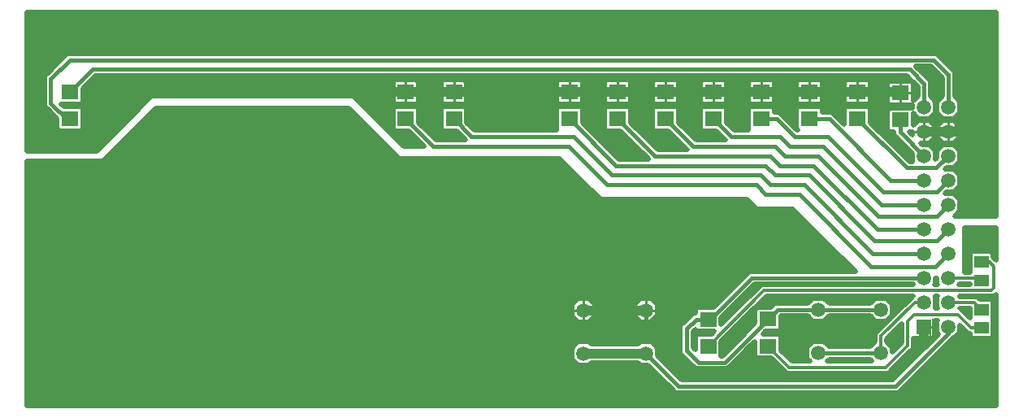
<source format=gtl>
%FSLAX42Y42*%
%MOMM*%
G71*
G01*
G75*
G04 Layer_Physical_Order=1*
%ADD10C,0.50*%
%ADD11R,1.50X1.30*%
%ADD12R,1.80X1.60*%
%ADD13C,1.50*%
%ADD14R,1.50X1.50*%
%ADD15C,0.40*%
%ADD16C,0.30*%
%ADD17C,1.00*%
%ADD18C,0.25*%
%ADD19R,0.63X1.86*%
%ADD20R,0.25X0.36*%
D10*
X7325Y-3765D02*
G03*
X7371Y-3746I0J65D01*
G01*
X50Y-4100D02*
X100Y-4150D01*
X50Y-4050D02*
X150Y-4150D01*
X50Y-4000D02*
X200Y-4150D01*
X50Y-3950D02*
X250Y-4150D01*
X50Y-3900D02*
X300Y-4150D01*
X50Y-3850D02*
X350Y-4150D01*
X50Y-3800D02*
X400Y-4150D01*
X50Y-3750D02*
X450Y-4150D01*
X50Y-3700D02*
X500Y-4150D01*
X50Y-3650D02*
X550Y-4150D01*
X50Y-3600D02*
X600Y-4150D01*
X50Y-3550D02*
X650Y-4150D01*
X50Y-3500D02*
X700Y-4150D01*
X50Y-3450D02*
X750Y-4150D01*
X50Y-3400D02*
X800Y-4150D01*
X50Y-3350D02*
X850Y-4150D01*
X50Y-3300D02*
X900Y-4150D01*
X50Y-3250D02*
X950Y-4150D01*
X50Y-3200D02*
X1000Y-4150D01*
X50Y-3150D02*
X1050Y-4150D01*
X50Y-3100D02*
X1100Y-4150D01*
X50Y-3050D02*
X1150Y-4150D01*
X50Y-3000D02*
X1200Y-4150D01*
X50Y-2950D02*
X1250Y-4150D01*
X50Y-2900D02*
X1300Y-4150D01*
X50Y-2850D02*
X1350Y-4150D01*
X50Y-2800D02*
X1400Y-4150D01*
X50Y-2750D02*
X1450Y-4150D01*
X50Y-2700D02*
X1500Y-4150D01*
X50Y-2650D02*
X1550Y-4150D01*
X50Y-2600D02*
X1600Y-4150D01*
X50Y-2550D02*
X1650Y-4150D01*
X50Y-2500D02*
X1700Y-4150D01*
X50Y-2450D02*
X1750Y-4150D01*
X50Y-2400D02*
X1800Y-4150D01*
X50Y-2350D02*
X1850Y-4150D01*
X50Y-2300D02*
X1900Y-4150D01*
X50Y-2250D02*
X1950Y-4150D01*
X50Y-2200D02*
X2000Y-4150D01*
X50Y-2150D02*
X2050Y-4150D01*
X50Y-2100D02*
X2100Y-4150D01*
X50Y-2050D02*
X2150Y-4150D01*
X50Y-2000D02*
X2200Y-4150D01*
X50Y-1950D02*
X2250Y-4150D01*
X50Y-1900D02*
X2300Y-4150D01*
X50Y-1850D02*
X2350Y-4150D01*
X50Y-1800D02*
X2400Y-4150D01*
X50Y-1750D02*
X2450Y-4150D01*
X50Y-1700D02*
X2500Y-4150D01*
X50D02*
Y-1600D01*
Y-1650D02*
X2550Y-4150D01*
X50Y-1600D02*
X2600Y-4150D01*
X100Y-1600D02*
X2650Y-4150D01*
X150Y-1600D02*
X2700Y-4150D01*
X200Y-1600D02*
X2750Y-4150D01*
X250Y-1600D02*
X2800Y-4150D01*
X300Y-1600D02*
X2850Y-4150D01*
X350Y-1600D02*
X2900Y-4150D01*
X400Y-1600D02*
X2950Y-4150D01*
X450Y-1600D02*
X3000Y-4150D01*
X500Y-1600D02*
X3050Y-4150D01*
X550Y-1600D02*
X3100Y-4150D01*
X600Y-1600D02*
X3150Y-4150D01*
X650Y-1600D02*
X3200Y-4150D01*
X700Y-1600D02*
X3250Y-4150D01*
X750Y-1600D02*
X3300Y-4150D01*
X800Y-1600D02*
X3350Y-4150D01*
X850Y-1600D02*
X3400Y-4150D01*
X875Y-1575D02*
X3450Y-4150D01*
X1390D02*
X3965Y-1575D01*
X1440Y-4150D02*
X4015Y-1575D01*
X1490Y-4150D02*
X4065Y-1575D01*
X1540Y-4150D02*
X4115Y-1575D01*
X1590Y-4150D02*
X4165Y-1575D01*
X1640Y-4150D02*
X4215Y-1575D01*
X1690Y-4150D02*
X4265Y-1575D01*
X1740Y-4150D02*
X4315Y-1575D01*
X1790Y-4150D02*
X4365Y-1575D01*
X1840Y-4150D02*
X4415Y-1575D01*
X1890Y-4150D02*
X4465Y-1575D01*
X1940Y-4150D02*
X4515Y-1575D01*
X1990Y-4150D02*
X4565Y-1575D01*
X340Y-4150D02*
X3420Y-1070D01*
X390Y-4150D02*
X3445Y-1095D01*
X440Y-4150D02*
X3470Y-1120D01*
X490Y-4150D02*
X3495Y-1145D01*
X900Y-1550D02*
X3500Y-4150D01*
X90D02*
X3190Y-1050D01*
X140Y-4150D02*
X3240Y-1050D01*
X190Y-4150D02*
X3290Y-1050D01*
X240Y-4150D02*
X3340Y-1050D01*
X290Y-4150D02*
X3390Y-1050D01*
X790Y-4150D02*
X3645Y-1295D01*
X840Y-4150D02*
X3670Y-1320D01*
X890Y-4150D02*
X3695Y-1345D01*
X925Y-1525D02*
X3550Y-4150D01*
X940D02*
X3720Y-1370D01*
X540Y-4150D02*
X3520Y-1170D01*
X590Y-4150D02*
X3545Y-1195D01*
X640Y-4150D02*
X3570Y-1220D01*
X690Y-4150D02*
X3595Y-1245D01*
X740Y-4150D02*
X3620Y-1270D01*
X50Y-3940D02*
X2940Y-1050D01*
X50Y-3890D02*
X2890Y-1050D01*
X950Y-1500D02*
X3600Y-4150D01*
X975Y-1475D02*
X3650Y-4150D01*
X1000Y-1450D02*
X3700Y-4150D01*
X50Y-4040D02*
X3040Y-1050D01*
X50Y-3990D02*
X2990Y-1050D01*
X50Y-4140D02*
X3140Y-1050D01*
X50Y-4090D02*
X3090Y-1050D01*
X50Y-4140D02*
X3140Y-1050D01*
X1025Y-1425D02*
X3750Y-4150D01*
X1040D02*
X3770Y-1420D01*
X1050Y-1400D02*
X3800Y-4150D01*
X1090D02*
X3795Y-1445D01*
X1140Y-4150D02*
X3820Y-1470D01*
X990Y-4150D02*
X3745Y-1395D01*
X1075Y-1375D02*
X3850Y-4150D01*
X1100Y-1350D02*
X3900Y-4150D01*
X1125Y-1325D02*
X3950Y-4150D01*
X1150Y-1300D02*
X4000Y-4150D01*
X1175Y-1275D02*
X4050Y-4150D01*
X1190D02*
X3845Y-1495D01*
X1200Y-1250D02*
X4100Y-4150D01*
X1240D02*
X3870Y-1520D01*
X1290Y-4150D02*
X3895Y-1545D01*
X1340Y-4150D02*
X3920Y-1570D01*
X1225Y-1225D02*
X4150Y-4150D01*
X1250Y-1200D02*
X4200Y-4150D01*
X1275Y-1175D02*
X4250Y-4150D01*
X1300Y-1150D02*
X4300Y-4150D01*
X1325Y-1125D02*
X4350Y-4150D01*
X1350Y-1100D02*
X4400Y-4150D01*
X1375Y-1075D02*
X4450Y-4150D01*
X1400Y-1050D02*
X4500Y-4150D01*
X1450Y-1050D02*
X4550Y-4150D01*
X1500Y-1050D02*
X4600Y-4150D01*
X1550Y-1050D02*
X4650Y-4150D01*
X1600Y-1050D02*
X4700Y-4150D01*
X1650Y-1050D02*
X4750Y-4150D01*
X1700Y-1050D02*
X4800Y-4150D01*
X1750Y-1050D02*
X4850Y-4150D01*
X1800Y-1050D02*
X4900Y-4150D01*
X2040D02*
X4615Y-1575D01*
X2090Y-4150D02*
X4665Y-1575D01*
X2140Y-4150D02*
X4715Y-1575D01*
X2190Y-4150D02*
X4765Y-1575D01*
X2240Y-4150D02*
X4815Y-1575D01*
X1850Y-1050D02*
X4950Y-4150D01*
X1900Y-1050D02*
X5000Y-4150D01*
X2290D02*
X4865Y-1575D01*
X2340Y-4150D02*
X4915Y-1575D01*
X2390Y-4150D02*
X4965Y-1575D01*
X2440Y-4150D02*
X5015Y-1575D01*
X2490Y-4150D02*
X5065Y-1575D01*
X2540Y-4150D02*
X5115Y-1575D01*
X2590Y-4150D02*
X5165Y-1575D01*
X2640Y-4150D02*
X5215Y-1575D01*
X1950Y-1050D02*
X5050Y-4150D01*
X2000Y-1050D02*
X5100Y-4150D01*
X2050Y-1050D02*
X5150Y-4150D01*
X2100Y-1050D02*
X5200Y-4150D01*
X2150Y-1050D02*
X5250Y-4150D01*
X2690D02*
X5265Y-1575D01*
X5340Y-4150D02*
X5777Y-3713D01*
X5390Y-4150D02*
X5813Y-3727D01*
X5440Y-4150D02*
X5863Y-3727D01*
X5490Y-4150D02*
X5938Y-3702D01*
X5540Y-4150D02*
X5988Y-3702D01*
X5590Y-4150D02*
X6038Y-3702D01*
X5640Y-4150D02*
X6088Y-3702D01*
X5690Y-4150D02*
X6138Y-3702D01*
X5740Y-4150D02*
X6188Y-3702D01*
X5790Y-4150D02*
X6238Y-3702D01*
X50Y-4150D02*
X10150D01*
X5827Y-3727D02*
X6250Y-4150D01*
X5877Y-3727D02*
X6300Y-4150D01*
X5918Y-3718D02*
X6350Y-4150D01*
X5990D02*
X6427Y-3713D01*
X5840Y-4150D02*
X6288Y-3702D01*
X5890Y-4150D02*
X6338Y-3702D01*
X5940Y-4150D02*
X6388Y-3702D01*
X5952D02*
X6400Y-4150D01*
X6002Y-3702D02*
X6450Y-4150D01*
X6140D02*
X6543Y-3747D01*
X6190Y-4150D02*
X6568Y-3772D01*
X6240Y-4150D02*
X6593Y-3797D01*
X6290Y-4150D02*
X6618Y-3822D01*
X6340Y-4150D02*
X6643Y-3847D01*
X6040Y-4150D02*
X6463Y-3727D01*
X6052Y-3702D02*
X6500Y-4150D01*
X6090D02*
X6513Y-3727D01*
X6102Y-3702D02*
X6550Y-4150D01*
X6152Y-3702D02*
X6600Y-4150D01*
X6590D02*
X6768Y-3972D01*
X6640Y-4150D02*
X6793Y-3997D01*
X6690Y-4150D02*
X6825Y-4015D01*
X6778Y-3983D02*
X6811Y-4015D01*
X6740Y-4150D02*
X6875Y-4015D01*
X6390Y-4150D02*
X6668Y-3872D01*
X6440Y-4150D02*
X6693Y-3897D01*
X6477Y-3727D02*
X6900Y-4150D01*
X6490D02*
X6718Y-3922D01*
X6540Y-4150D02*
X6743Y-3947D01*
X6522Y-3727D02*
X6778Y-3983D01*
X6790Y-4150D02*
X6925Y-4015D01*
X6815D02*
X6950Y-4150D01*
X6840D02*
X6975Y-4015D01*
X6865D02*
X7000Y-4150D01*
X6890D02*
X7025Y-4015D01*
X6915D02*
X7050Y-4150D01*
X6940D02*
X7075Y-4015D01*
X6965D02*
X7100Y-4150D01*
X6990D02*
X7125Y-4015D01*
X7015D02*
X7150Y-4150D01*
X7040D02*
X7175Y-4015D01*
X7065D02*
X7200Y-4150D01*
X7090D02*
X7225Y-4015D01*
X7115D02*
X7250Y-4150D01*
X7140D02*
X7275Y-4015D01*
X7165D02*
X7300Y-4150D01*
X7190D02*
X7325Y-4015D01*
X7215D02*
X7350Y-4150D01*
X7240D02*
X7375Y-4015D01*
X7265D02*
X7400Y-4150D01*
X7290D02*
X7425Y-4015D01*
X6778Y-3983D02*
X6811Y-4015D01*
X6876D01*
X6811D02*
X6876D01*
X6905Y-3885D02*
X7025Y-3765D01*
X6955Y-3885D02*
X7075Y-3765D01*
X7005Y-3885D02*
X7125Y-3765D01*
X7055Y-3885D02*
X7175Y-3765D01*
X7065D02*
X7185Y-3885D01*
X7105D02*
X7225Y-3765D01*
X7115D02*
X7235Y-3885D01*
X7315Y-4015D02*
X7450Y-4150D01*
X7340D02*
X7475Y-4015D01*
X7365D02*
X7500Y-4150D01*
X7390D02*
X7525Y-4015D01*
X7415D02*
X7550Y-4150D01*
X7440D02*
X7575Y-4015D01*
X6876D02*
X9071D01*
X6876Y-3885D02*
X9071D01*
X7465Y-4015D02*
X7600Y-4150D01*
X7490D02*
X7625Y-4015D01*
X7515D02*
X7650Y-4150D01*
X2740D02*
X5315Y-1575D01*
X2790Y-4150D02*
X5365Y-1575D01*
X2840Y-4150D02*
X5415Y-1575D01*
X2890Y-4150D02*
X5465Y-1575D01*
X2940Y-4150D02*
X5515Y-1575D01*
X2200Y-1050D02*
X5300Y-4150D01*
X2250Y-1050D02*
X5350Y-4150D01*
X2300Y-1050D02*
X5400Y-4150D01*
X2350Y-1050D02*
X5450Y-4150D01*
X2400Y-1050D02*
X5500Y-4150D01*
X2450Y-1050D02*
X5550Y-4150D01*
X2500Y-1050D02*
X5600Y-4150D01*
X2550Y-1050D02*
X5650Y-4150D01*
X2600Y-1050D02*
X5700Y-4150D01*
X2650Y-1050D02*
X5750Y-4150D01*
X2700Y-1050D02*
X5800Y-4150D01*
X2750Y-1050D02*
X5850Y-4150D01*
X2800Y-1050D02*
X5900Y-4150D01*
X2850Y-1050D02*
X5950Y-4150D01*
X2900Y-1050D02*
X6000Y-4150D01*
X3240D02*
X5707Y-1683D01*
X3290Y-4150D02*
X5732Y-1708D01*
X3340Y-4150D02*
X5757Y-1732D01*
X3390Y-4150D02*
X5782Y-1757D01*
X3440Y-4150D02*
X5807Y-1782D01*
X2990Y-4150D02*
X5565Y-1575D01*
X3040Y-4150D02*
X5607Y-1582D01*
X3090Y-4150D02*
X5632Y-1608D01*
X3140Y-4150D02*
X5657Y-1633D01*
X3190Y-4150D02*
X5682Y-1658D01*
X3590Y-4150D02*
X5882Y-1857D01*
X3640Y-4150D02*
X5907Y-1882D01*
X3690Y-4150D02*
X5932Y-1907D01*
X3740Y-4150D02*
X5957Y-1932D01*
X3790Y-4150D02*
X5982Y-1957D01*
X2950Y-1050D02*
X6050Y-4150D01*
X3000Y-1050D02*
X6100Y-4150D01*
X3050Y-1050D02*
X6150Y-4150D01*
X3100Y-1050D02*
X6200Y-4150D01*
X3490D02*
X5832Y-1807D01*
X3540Y-4150D02*
X5857Y-1832D01*
X3890Y-4150D02*
X6040Y-2000D01*
X4690Y-4150D02*
X5730Y-3110D01*
X4740Y-4150D02*
X5730Y-3160D01*
X4790Y-4150D02*
X5730Y-3210D01*
X4840Y-4150D02*
X5752Y-3238D01*
X3840Y-4150D02*
X6007Y-1982D01*
X3940Y-4150D02*
X6090Y-2000D01*
X3990Y-4150D02*
X6140Y-2000D01*
X4040Y-4150D02*
X6190Y-2000D01*
X4090Y-4150D02*
X6240Y-2000D01*
X4140Y-4150D02*
X6290Y-2000D01*
X4190Y-4150D02*
X6340Y-2000D01*
X4240Y-4150D02*
X6390Y-2000D01*
X4290Y-4150D02*
X6440Y-2000D01*
X4340Y-4150D02*
X6490Y-2000D01*
X4390Y-4150D02*
X6540Y-2000D01*
X4440Y-4150D02*
X6590Y-2000D01*
X4490Y-4150D02*
X6640Y-2000D01*
X4540Y-4150D02*
X6690Y-2000D01*
X4590Y-4150D02*
X6740Y-2000D01*
X4640Y-4150D02*
X6790Y-2000D01*
X5240Y-4150D02*
X5730Y-3660D01*
X5290Y-4150D02*
X5752Y-3688D01*
X6202Y-3702D02*
X6650Y-4150D01*
X6252Y-3702D02*
X6700Y-4150D01*
X6302Y-3702D02*
X6750Y-4150D01*
X4890D02*
X5777Y-3263D01*
X4940Y-4150D02*
X5813Y-3277D01*
X4990Y-4150D02*
X5863Y-3277D01*
X5140Y-4150D02*
X5730Y-3560D01*
X5190Y-4150D02*
X5730Y-3610D01*
X6352Y-3702D02*
X6800Y-4150D01*
X6402Y-3702D02*
X6850Y-4150D01*
X6620Y-3629D02*
X6876Y-3885D01*
X6620Y-3620D02*
X6885Y-3885D01*
X6620Y-3570D02*
X6935Y-3885D01*
X5040Y-4150D02*
X7190Y-2000D01*
X4675Y-1575D02*
X6985Y-3885D01*
X4725Y-1575D02*
X7035Y-3885D01*
X5090Y-4150D02*
X7240Y-2000D01*
X6477Y-3277D02*
X7085Y-3885D01*
X6527Y-3277D02*
X7135Y-3885D01*
X5730Y-3667D02*
X5790Y-3727D01*
X5730Y-3667D02*
Y-3547D01*
X5790Y-3727D02*
X5910D01*
X5730Y-3547D02*
X5790Y-3487D01*
X5910Y-3727D02*
X5935Y-3702D01*
X5827Y-3277D02*
X6062Y-3512D01*
X5877Y-3277D02*
X6112Y-3512D01*
X5910Y-3487D02*
X5935Y-3512D01*
X5918Y-3268D02*
X6162Y-3512D01*
X5943Y-3243D02*
X6212Y-3512D01*
X5935Y-3702D02*
X6415D01*
X5935Y-3512D02*
X6415D01*
X5968Y-3218D02*
X6262Y-3512D01*
X6128D02*
X6402Y-3238D01*
X6178Y-3512D02*
X6427Y-3263D01*
X5970Y-3170D02*
X6312Y-3512D01*
X5970Y-3120D02*
X6362Y-3512D01*
X5978D02*
X6380Y-3110D01*
X6028Y-3512D02*
X6380Y-3160D01*
X6078Y-3512D02*
X6380Y-3210D01*
X5730Y-3217D02*
X5790Y-3277D01*
Y-3487D02*
X5910D01*
X5790Y-3277D02*
X5910D01*
X5730Y-3217D02*
Y-3097D01*
X5790Y-3037D01*
X5910D01*
Y-3277D02*
X5970Y-3217D01*
Y-3097D01*
X6228Y-3512D02*
X6463Y-3277D01*
X6380Y-3217D02*
X6440Y-3277D01*
X6278Y-3512D02*
X6513Y-3277D01*
X5803Y-3037D02*
X6840Y-2000D01*
X5853Y-3037D02*
X6890Y-2000D01*
X5903Y-3037D02*
X6940Y-2000D01*
X6380Y-3217D02*
Y-3097D01*
X5910Y-3037D02*
X5970Y-3097D01*
X6380D02*
X6440Y-3037D01*
X6415Y-3702D02*
X6440Y-3727D01*
X6522D01*
X6715Y-3725D02*
X6860Y-3580D01*
X6620Y-3629D02*
Y-3547D01*
X6860Y-3608D02*
Y-3542D01*
X6620Y-3620D02*
X6860Y-3380D01*
X6560Y-3487D02*
X6620Y-3547D01*
X6690Y-3700D02*
X6860Y-3530D01*
X6665Y-3675D02*
X6860Y-3480D01*
X6640Y-3650D02*
X6860Y-3430D01*
X6765Y-3775D02*
X6896Y-3644D01*
X6740Y-3750D02*
X6871Y-3619D01*
X6840Y-3850D02*
X6971Y-3719D01*
X6790Y-3800D02*
X6921Y-3669D01*
X6815Y-3825D02*
X6946Y-3694D01*
X6620Y-3570D02*
X6860Y-3330D01*
X6568Y-3268D02*
X6860Y-3560D01*
Y-3608D02*
X6893Y-3640D01*
X6860Y-3608D02*
Y-3542D01*
Y-3608D02*
X6893Y-3640D01*
X6415Y-3512D02*
X6440Y-3487D01*
X6560D01*
X6440Y-3277D02*
X6560D01*
X6620Y-3217D01*
X6440Y-3037D02*
X6560D01*
X6620Y-3217D02*
Y-3097D01*
X6860Y-3542D02*
Y-3383D01*
Y-3317D01*
Y-3383D02*
Y-3317D01*
X6893Y-3285D01*
X6860Y-3317D02*
X6893Y-3285D01*
X6593Y-3243D02*
X6860Y-3510D01*
X6560Y-3037D02*
X6620Y-3097D01*
X6618Y-3218D02*
X6860Y-3460D01*
X6620Y-3170D02*
X6860Y-3410D01*
X6620Y-3120D02*
X6860Y-3360D01*
X6893Y-3285D02*
X6959Y-3219D01*
X50Y-2690D02*
X1690Y-1050D01*
X50Y-2640D02*
X1640Y-1050D01*
X50Y-2840D02*
X1840Y-1050D01*
X50Y-2740D02*
X1740Y-1050D01*
X50Y-2790D02*
X1790Y-1050D01*
X50Y-2940D02*
X1940Y-1050D01*
X50Y-2890D02*
X1890Y-1050D01*
X50Y-3090D02*
X2090Y-1050D01*
X50Y-2990D02*
X1990Y-1050D01*
X50Y-3040D02*
X2040Y-1050D01*
X50Y-3190D02*
X2190Y-1050D01*
X50Y-3140D02*
X2140Y-1050D01*
X50Y-3340D02*
X2340Y-1050D01*
X50Y-3240D02*
X2240Y-1050D01*
X50Y-3290D02*
X2290Y-1050D01*
X50Y-3440D02*
X2440Y-1050D01*
X50Y-3390D02*
X2390Y-1050D01*
X50Y-3590D02*
X2590Y-1050D01*
X50Y-3490D02*
X2490Y-1050D01*
X50Y-3540D02*
X2540Y-1050D01*
X50Y-1690D02*
X140Y-1600D01*
X50Y-1640D02*
X90Y-1600D01*
X50Y-1840D02*
X290Y-1600D01*
X50Y-1740D02*
X190Y-1600D01*
X50Y-1790D02*
X240Y-1600D01*
X50Y-1940D02*
X390Y-1600D01*
X50Y-1890D02*
X340Y-1600D01*
X50Y-2090D02*
X540Y-1600D01*
X50Y-1990D02*
X440Y-1600D01*
X50Y-2040D02*
X490Y-1600D01*
X50Y-2190D02*
X640Y-1600D01*
X50Y-2140D02*
X590Y-1600D01*
X50Y-2340D02*
X790Y-1600D01*
X50Y-2240D02*
X690Y-1600D01*
X50Y-2290D02*
X740Y-1600D01*
X50Y-2440D02*
X1440Y-1050D01*
X50Y-2390D02*
X840Y-1600D01*
X50D02*
X850D01*
X50Y-2590D02*
X1590Y-1050D01*
X50Y-2490D02*
X1490Y-1050D01*
X50Y-2540D02*
X1540Y-1050D01*
X50Y-3690D02*
X2690Y-1050D01*
X50Y-3640D02*
X2640Y-1050D01*
X50Y-3840D02*
X2840Y-1050D01*
X50Y-3740D02*
X2740Y-1050D01*
X50Y-3790D02*
X2790Y-1050D01*
X3150D02*
X5730Y-3630D01*
X3200Y-1050D02*
X5730Y-3580D01*
X3250Y-1050D02*
X5738Y-3538D01*
X3300Y-1050D02*
X5763Y-3513D01*
X3350Y-1050D02*
X5788Y-3488D01*
X4025Y-1575D02*
X5962Y-3512D01*
X3975Y-1575D02*
X5887Y-3487D01*
X4075Y-1575D02*
X6012Y-3512D01*
X4475Y-1575D02*
X6412Y-3512D01*
X4525Y-1575D02*
X6438Y-3488D01*
X3400Y-1050D02*
X5837Y-3487D01*
X4575Y-1575D02*
X6487Y-3487D01*
X4625Y-1575D02*
X6537Y-3487D01*
X5125Y-1575D02*
X6864Y-3314D01*
X5175Y-1575D02*
X6889Y-3289D01*
X5225Y-1575D02*
X6914Y-3264D01*
X4125Y-1575D02*
X5730Y-3180D01*
X3925Y-1575D02*
X5600D01*
X4175D02*
X5730Y-3130D01*
X4225Y-1575D02*
X5738Y-3088D01*
X4275Y-1575D02*
X5763Y-3063D01*
X850Y-1600D02*
X1400Y-1050D01*
X3400D01*
X4325Y-1575D02*
X5788Y-3038D01*
X3400Y-1050D02*
X3925Y-1575D01*
X4375D02*
X5837Y-3037D01*
X4775Y-1575D02*
X6380Y-3180D01*
X4425Y-1575D02*
X5887Y-3037D01*
X4825Y-1575D02*
X6380Y-3130D01*
X5600Y-1575D02*
X6025Y-2000D01*
X4875Y-1575D02*
X6388Y-3088D01*
X4925Y-1575D02*
X6413Y-3063D01*
X4975Y-1575D02*
X6438Y-3038D01*
X5025Y-1575D02*
X6487Y-3037D01*
X5275Y-1575D02*
X6939Y-3239D01*
X5075Y-1575D02*
X6537Y-3037D01*
X5325Y-1575D02*
X6964Y-3214D01*
X6865Y-3875D02*
X6996Y-3744D01*
X6893Y-3640D02*
X6985Y-3733D01*
X7018Y-3765D01*
X6985Y-3733D02*
X7018Y-3765D01*
X6990Y-3540D02*
X7015Y-3565D01*
X6990Y-3542D02*
X7015Y-3567D01*
X6994Y-3546D02*
X7015Y-3525D01*
Y-3567D02*
Y-3406D01*
X6990Y-3542D02*
Y-3383D01*
Y-3490D02*
X7015Y-3515D01*
X7018Y-3765D02*
X7082D01*
X7018D02*
X7082D01*
X7155Y-3885D02*
X7275Y-3765D01*
X7165D02*
X7285Y-3885D01*
X7205D02*
X7325Y-3765D01*
X7215D02*
X7335Y-3885D01*
X7082Y-3765D02*
X7325D01*
X7255Y-3885D02*
X7640Y-3500D01*
X7285Y-3635D02*
X7298D01*
X7265Y-3765D02*
X7385Y-3885D01*
X6990Y-3500D02*
X7015Y-3475D01*
X6990Y-3440D02*
X7015Y-3465D01*
X6990Y-3450D02*
X7015Y-3425D01*
X6990Y-3390D02*
X7015Y-3415D01*
Y-3425D02*
X7034Y-3406D01*
X6990Y-3400D02*
X7015Y-3375D01*
X6959Y-3219D02*
X6991Y-3186D01*
X6990Y-3383D02*
X7015Y-3358D01*
Y-3376D02*
Y-3358D01*
Y-3365D02*
X7026Y-3376D01*
X7015Y-3406D02*
X7185D01*
X7026Y-3376D02*
X7056Y-3406D01*
X7034D02*
X7064Y-3376D01*
X7076D02*
X7106Y-3406D01*
X7084D02*
X7114Y-3376D01*
X7126D02*
X7156Y-3406D01*
X7134D02*
X7164Y-3376D01*
X7015D02*
X7215D01*
X7184Y-3406D02*
X7214Y-3376D01*
X7176D02*
X7196Y-3396D01*
X7185Y-3406D02*
X7215Y-3376D01*
X7315Y-3765D02*
X7435Y-3885D01*
X7325Y-3765D02*
X7357D01*
X7361Y-3761D02*
X7485Y-3885D01*
X7357Y-3765D02*
X7390Y-3733D01*
X7285Y-3635D02*
Y-3486D01*
X7298Y-3635D02*
X7498Y-3435D01*
X7386Y-3736D02*
X7535Y-3885D01*
X7371Y-3746D02*
X7390Y-3727D01*
X7408Y-3708D02*
X7585Y-3885D01*
X7405D02*
X7640Y-3650D01*
X7433Y-3683D02*
X7635Y-3885D01*
X7458Y-3658D02*
X7685Y-3885D01*
X7455D02*
X7685Y-3655D01*
X7505Y-3885D02*
X7735Y-3655D01*
X7305Y-3885D02*
X7640Y-3550D01*
X7390Y-3727D02*
X7590Y-3527D01*
X7355Y-3885D02*
X7640Y-3600D01*
X7483Y-3633D02*
X7735Y-3885D01*
X7508Y-3608D02*
X7785Y-3885D01*
X7533Y-3583D02*
X7835Y-3885D01*
X7285Y-3585D02*
X7317Y-3617D01*
X7285Y-3535D02*
X7342Y-3592D01*
X7286Y-3486D02*
X7367Y-3567D01*
X7311Y-3461D02*
X7392Y-3542D01*
X7336Y-3436D02*
X7417Y-3517D01*
X7285Y-3306D02*
Y-3239D01*
Y-3285D02*
X7296Y-3296D01*
X7361Y-3411D02*
X7442Y-3492D01*
X7287Y-3237D02*
X7321Y-3271D01*
X7312Y-3212D02*
X7346Y-3246D01*
X7386Y-3386D02*
X7467Y-3467D01*
X7411Y-3361D02*
X7492Y-3442D01*
X7498Y-3435D02*
X7517Y-3416D01*
X7436Y-3336D02*
X7514Y-3414D01*
X7461Y-3311D02*
X7539Y-3389D01*
X7285Y-3605D02*
X7640Y-3250D01*
X7486Y-3286D02*
X7564Y-3364D01*
X7285Y-3555D02*
X7640Y-3200D01*
X7498Y-3430D02*
X7640Y-3288D01*
X7511Y-3261D02*
X7589Y-3339D01*
X7536Y-3236D02*
X7614Y-3314D01*
X5803Y-3487D02*
X7290Y-2000D01*
X5853Y-3487D02*
X7340Y-2000D01*
X5970Y-3170D02*
X7140Y-2000D01*
X5970Y-3120D02*
X7090Y-2000D01*
X6050D02*
X7176Y-3126D01*
X5375Y-1575D02*
X6989Y-3189D01*
X5425Y-1575D02*
X7015Y-3165D01*
X5475Y-1575D02*
X7026Y-3126D01*
X5525Y-1575D02*
X7076Y-3126D01*
X5575Y-1575D02*
X7126Y-3126D01*
X6328Y-3512D02*
X7740Y-2100D01*
X6378Y-3512D02*
X7790Y-2100D01*
X6453Y-3487D02*
X7840Y-2100D01*
X6620Y-3170D02*
X7690Y-2100D01*
X6503Y-3487D02*
X7890Y-2100D01*
X5932Y-3508D02*
X7440Y-2000D01*
X5903Y-3487D02*
X7390Y-2000D01*
X6607Y-3533D02*
X8035Y-2105D01*
X6553Y-3487D02*
X7940Y-2100D01*
X6582Y-3508D02*
X7990Y-2100D01*
X5957Y-3083D02*
X7040Y-2000D01*
X5932Y-3058D02*
X6990Y-2000D01*
X6100D02*
X7214Y-3114D01*
X6150Y-2000D02*
X7239Y-3089D01*
X6200Y-2000D02*
X7264Y-3064D01*
X6250Y-2000D02*
X7289Y-3039D01*
X6300Y-2000D02*
X7314Y-3014D01*
X6350Y-2000D02*
X7339Y-2989D01*
X6400Y-2000D02*
X7364Y-2964D01*
X6450Y-2000D02*
X7389Y-2939D01*
X6553Y-3037D02*
X7570Y-2020D01*
X6500Y-2000D02*
X7414Y-2914D01*
X6620Y-3120D02*
X7645Y-2095D01*
X6582Y-3058D02*
X7595Y-2045D01*
X6607Y-3083D02*
X7620Y-2070D01*
X6453Y-3037D02*
X7490Y-2000D01*
X6503Y-3037D02*
X7540Y-2000D01*
X6025D02*
X7550D01*
X6550D02*
X7439Y-2889D01*
X6600Y-2000D02*
X7464Y-2864D01*
X6650Y-2000D02*
X7489Y-2839D01*
X6959Y-3219D02*
X6991Y-3186D01*
X7015D01*
X7337Y-3187D02*
X7371Y-3221D01*
X6991Y-3186D02*
X7015D01*
X7004D02*
X7015Y-3175D01*
Y-3186D02*
Y-3126D01*
X7203D01*
X7362Y-3162D02*
X7396Y-3196D01*
X7387Y-3137D02*
X7421Y-3171D01*
X7412Y-3112D02*
X7446Y-3146D01*
X7285Y-3505D02*
X7640Y-3150D01*
X7285Y-3486D02*
X7640Y-3131D01*
X7285Y-3306D02*
X7671Y-2920D01*
X7437Y-3087D02*
X7471Y-3121D01*
X7285Y-3239D02*
X7639Y-2885D01*
X7064Y-3126D02*
X8060Y-2130D01*
X7114Y-3126D02*
X8085Y-2155D01*
X7164Y-3126D02*
X8110Y-2180D01*
X7285Y-3305D02*
X7705Y-2885D01*
X7203Y-3126D02*
X7541Y-2787D01*
X7285Y-3255D02*
X7655Y-2885D01*
X7462Y-3062D02*
X7496Y-3096D01*
X6700Y-2000D02*
X7514Y-2814D01*
X7487Y-3037D02*
X7521Y-3071D01*
X7512Y-3012D02*
X7546Y-3046D01*
X7537Y-2987D02*
X7571Y-3021D01*
X6750Y-2000D02*
X7539Y-2789D01*
X6800Y-2000D02*
X7564Y-2764D01*
X6850Y-2000D02*
X7605Y-2755D01*
X6900Y-2000D02*
X7655Y-2755D01*
X6950Y-2000D02*
X7705Y-2755D01*
X7000Y-2000D02*
X7755Y-2755D01*
X7050Y-2000D02*
X7805Y-2755D01*
X7100Y-2000D02*
X7855Y-2755D01*
X7150Y-2000D02*
X7905Y-2755D01*
X7200Y-2000D02*
X7955Y-2755D01*
X7250Y-2000D02*
X8005Y-2755D01*
X7300Y-2000D02*
X8055Y-2755D01*
X7350Y-2000D02*
X8105Y-2755D01*
X7400Y-2000D02*
X8155Y-2755D01*
X7450Y-2000D02*
X8205Y-2755D01*
X7500Y-2000D02*
X8255Y-2755D01*
X7540Y-4150D02*
X7675Y-4015D01*
X7565D02*
X7700Y-4150D01*
X7590D02*
X7725Y-4015D01*
X7615D02*
X7750Y-4150D01*
X7640D02*
X7775Y-4015D01*
X7665D02*
X7800Y-4150D01*
X7690D02*
X7825Y-4015D01*
X7715D02*
X7850Y-4150D01*
X7740D02*
X7875Y-4015D01*
X7765D02*
X7900Y-4150D01*
X7790D02*
X7925Y-4015D01*
X7815D02*
X7950Y-4150D01*
X7840D02*
X7975Y-4015D01*
X7865D02*
X8000Y-4150D01*
X7890D02*
X8025Y-4015D01*
X7915D02*
X8050Y-4150D01*
X7940D02*
X8075Y-4015D01*
X7965D02*
X8100Y-4150D01*
X7990D02*
X8125Y-4015D01*
X8015D02*
X8150Y-4150D01*
X7905Y-3885D02*
X7980Y-3810D01*
X7955Y-3885D02*
X8030Y-3810D01*
X8040Y-4150D02*
X8175Y-4015D01*
X7965Y-3810D02*
X8025D01*
X7965D02*
X8025D01*
X7855Y-3885D02*
X7947Y-3792D01*
X8005Y-3885D02*
X8080Y-3810D01*
X8010D02*
X8085Y-3885D01*
X8055D02*
X8130Y-3810D01*
X8060D02*
X8135Y-3885D01*
X8065Y-4015D02*
X8200Y-4150D01*
X8090D02*
X8225Y-4015D01*
X8115D02*
X8250Y-4150D01*
X8140D02*
X8275Y-4015D01*
X8165D02*
X8300Y-4150D01*
X8105Y-3885D02*
X8180Y-3810D01*
X8110D02*
X8185Y-3885D01*
X8155D02*
X8230Y-3810D01*
X8190Y-4150D02*
X8325Y-4015D01*
X8160Y-3810D02*
X8235Y-3885D01*
X8205D02*
X8280Y-3810D01*
X8215Y-4015D02*
X8350Y-4150D01*
X8240D02*
X8375Y-4015D01*
X8265D02*
X8400Y-4150D01*
X8290D02*
X8425Y-4015D01*
X8315D02*
X8450Y-4150D01*
X8340D02*
X8475Y-4015D01*
X8365D02*
X8500Y-4150D01*
X8390D02*
X8525Y-4015D01*
X8415D02*
X8550Y-4150D01*
X8440D02*
X8575Y-4015D01*
X8465D02*
X8600Y-4150D01*
X8490D02*
X8625Y-4015D01*
X8515D02*
X8650Y-4150D01*
X8540D02*
X8675Y-4015D01*
X8565D02*
X8700Y-4150D01*
X8590D02*
X8725Y-4015D01*
X8615D02*
X8750Y-4150D01*
X8640D02*
X8775Y-4015D01*
X8665D02*
X8800Y-4150D01*
X8690D02*
X8825Y-4015D01*
X8210Y-3810D02*
X8285Y-3885D01*
X8255D02*
X8330Y-3810D01*
X8260D02*
X8335Y-3885D01*
X8305D02*
X8380Y-3810D01*
X8310D02*
X8385Y-3885D01*
X8355D02*
X8430Y-3810D01*
X8360D02*
X8435Y-3885D01*
X8405D02*
X8480Y-3810D01*
X8410D02*
X8485Y-3885D01*
X8455D02*
X8530Y-3810D01*
X8460D02*
X8535Y-3885D01*
X8505D02*
X8580Y-3810D01*
X8510D02*
X8585Y-3885D01*
X8555D02*
X8630Y-3810D01*
X8560D02*
X8635Y-3885D01*
X8605D02*
X8680Y-3810D01*
X8610D02*
X8685Y-3885D01*
X8655D02*
X8730Y-3810D01*
X8660D02*
X8735Y-3885D01*
X8705D02*
X8780Y-3810D01*
X8710D02*
X8785Y-3885D01*
X7655D02*
X7847Y-3692D01*
X7705Y-3885D02*
X7872Y-3717D01*
X7755Y-3885D02*
X7897Y-3742D01*
X7805Y-3885D02*
X7922Y-3767D01*
X7935Y-3780D02*
X7965Y-3810D01*
X7555Y-3885D02*
X7785Y-3655D01*
X7605Y-3885D02*
X7822Y-3667D01*
X7655Y-3655D02*
X7885Y-3885D01*
X7705Y-3655D02*
X7935Y-3885D01*
X7810Y-3655D02*
X7935Y-3780D01*
X7755Y-3655D02*
X7985Y-3885D01*
X7805Y-3655D02*
X8035Y-3885D01*
X7935Y-3780D02*
X7965Y-3810D01*
X7910Y-3575D02*
X8025Y-3690D01*
X8210D01*
X7910Y-3560D02*
X8040Y-3690D01*
X7910Y-3510D02*
X8090Y-3690D01*
X7910Y-3460D02*
X8140Y-3690D01*
X7910Y-3410D02*
X8190Y-3690D01*
X8012Y-3677D02*
X8475Y-3215D01*
X7558Y-3558D02*
X7640Y-3640D01*
X7583Y-3533D02*
X7640Y-3590D01*
Y-3655D02*
X7810D01*
X7590Y-3527D02*
X7609Y-3508D01*
X7640Y-3640D02*
X7655Y-3655D01*
X7611Y-3511D02*
X7640Y-3540D01*
X7595Y-3527D02*
X7640Y-3483D01*
Y-3655D02*
Y-3483D01*
X7910Y-3575D02*
Y-3405D01*
Y-3480D02*
X8175Y-3215D01*
X7910Y-3360D02*
X8180Y-3630D01*
X7910Y-3310D02*
X8180Y-3580D01*
X7962Y-3627D02*
X8320Y-3270D01*
X7910Y-3260D02*
X8185Y-3535D01*
X7937Y-3602D02*
X8270Y-3270D01*
X7912Y-3577D02*
X8230Y-3260D01*
X7910Y-3530D02*
X8205Y-3235D01*
X7915Y-3215D02*
X8210Y-3510D01*
X7987Y-3652D02*
X8425Y-3215D01*
X7965D02*
X8235Y-3485D01*
X8015Y-3215D02*
X8280Y-3480D01*
X8390Y-3690D02*
X8415Y-3665D01*
X8400Y-3690D02*
X8425Y-3665D01*
X8415Y-3665D02*
X8440Y-3690D01*
X8450D02*
X8475Y-3665D01*
X8465D02*
X8490Y-3690D01*
X8050D02*
X8180Y-3560D01*
X8100Y-3690D02*
X8180Y-3610D01*
X8150Y-3690D02*
X8180Y-3660D01*
X8180Y-3660D02*
X8210Y-3690D01*
X8500D02*
X8525Y-3665D01*
X8515D02*
X8540Y-3690D01*
X8550D02*
X8575Y-3665D01*
X8565D02*
X8590Y-3690D01*
X8600D02*
X8625Y-3665D01*
X8615D02*
X8640Y-3690D01*
X8650D02*
X8675Y-3665D01*
X8665D02*
X8690Y-3690D01*
X8700D02*
X8725Y-3665D01*
X8715D02*
X8740Y-3690D01*
X8750D02*
X8775Y-3665D01*
X8765D02*
X8790Y-3690D01*
X8180Y-3660D02*
Y-3540D01*
X8240Y-3480D01*
X8270Y-3270D02*
X8535Y-3535D01*
X8240Y-3480D02*
X8360D01*
X8415Y-3535D01*
X8115Y-3215D02*
X8435Y-3535D01*
X8065Y-3215D02*
X8330Y-3480D01*
X8165Y-3215D02*
X8485Y-3535D01*
X8260Y-3480D02*
X8525Y-3215D01*
X8310Y-3480D02*
X8575Y-3215D01*
X8320Y-3270D02*
X8585Y-3535D01*
X8360Y-3480D02*
X8625Y-3215D01*
X8800Y-3690D02*
X8825Y-3665D01*
X8365Y-3265D02*
X8635Y-3535D01*
X8390Y-3240D02*
X8685Y-3535D01*
X8415Y-3215D02*
X8735Y-3535D01*
X8385Y-3505D02*
X8675Y-3215D01*
X8410Y-3530D02*
X8725Y-3215D01*
X8455Y-3535D02*
X8775Y-3215D01*
X8465D02*
X8785Y-3535D01*
X8505D02*
X8825Y-3215D01*
X8715Y-4015D02*
X8850Y-4150D01*
X8740D02*
X8875Y-4015D01*
X8765D02*
X8900Y-4150D01*
X8790D02*
X8925Y-4015D01*
X8815D02*
X8950Y-4150D01*
X8755Y-3885D02*
X8830Y-3810D01*
X8760D02*
X8835Y-3885D01*
X8840Y-4150D02*
X8975Y-4015D01*
X8805Y-3885D02*
X8880Y-3810D01*
X8810D02*
X8885Y-3885D01*
X8865Y-4015D02*
X9000Y-4150D01*
X8890D02*
X9025Y-4015D01*
X8915D02*
X9050Y-4150D01*
X8940D02*
X9075Y-4015D01*
X8965D02*
X9100Y-4150D01*
X8990D02*
X9125Y-4015D01*
X9015D02*
X9150Y-4150D01*
X9065Y-4015D02*
X9200Y-4150D01*
X9071Y-4015D02*
X9136D01*
X9071D02*
X9136D01*
X8855Y-3885D02*
X8930Y-3810D01*
X8025D02*
X8970D01*
X8860D02*
X8935Y-3885D01*
X8905D02*
X8980Y-3810D01*
X8910D02*
X8985Y-3885D01*
X8390Y-3690D02*
X8860D01*
X8415Y-3665D02*
X8835D01*
X8955Y-3885D02*
X9030Y-3810D01*
X8815Y-3665D02*
X8840Y-3690D01*
X8835Y-3665D02*
X8860Y-3690D01*
X8960Y-3810D02*
X9035Y-3885D01*
X8970Y-3810D02*
X9030D01*
X9010D02*
X9078Y-3878D01*
X8970Y-3810D02*
X9030D01*
X9045Y-3795D02*
X9103Y-3853D01*
X9030Y-3810D02*
X9060Y-3780D01*
X9030Y-3810D02*
X9060Y-3780D01*
X9030Y-3810D02*
X9285Y-3555D01*
X9070Y-3770D02*
X9128Y-3828D01*
X9070Y-3570D02*
X9080Y-3580D01*
X9060Y-3780D02*
X9255Y-3585D01*
X9115Y-4015D02*
X9250Y-4150D01*
X9151Y-4001D02*
X9300Y-4150D01*
X9176Y-3976D02*
X9350Y-4150D01*
X9201Y-3951D02*
X9400Y-4150D01*
X9226Y-3926D02*
X9450Y-4150D01*
X9251Y-3901D02*
X9500Y-4150D01*
X9276Y-3876D02*
X9550Y-4150D01*
X9301Y-3851D02*
X9600Y-4150D01*
X9326Y-3826D02*
X9650Y-4150D01*
X9351Y-3801D02*
X9700Y-4150D01*
X9376Y-3776D02*
X9750Y-4150D01*
X9401Y-3751D02*
X9800Y-4150D01*
X9426Y-3726D02*
X9850Y-4150D01*
X9451Y-3701D02*
X9900Y-4150D01*
X9476Y-3676D02*
X9950Y-4150D01*
X9501Y-3651D02*
X10000Y-4150D01*
X9526Y-3626D02*
X10050Y-4150D01*
X9551Y-3601D02*
X10100Y-4150D01*
X9576Y-3576D02*
X10150Y-4150D01*
X9590D02*
X10150Y-3590D01*
X9640Y-4150D02*
X10150Y-3640D01*
X9095Y-3745D02*
X9153Y-3803D01*
X9120Y-3720D02*
X9178Y-3778D01*
X9136Y-4015D02*
X9169Y-3983D01*
X9136Y-4015D02*
X9169Y-3983D01*
X9145Y-3695D02*
X9203Y-3753D01*
X9170Y-3670D02*
X9228Y-3728D01*
X9195Y-3645D02*
X9253Y-3703D01*
X9220Y-3620D02*
X9278Y-3678D01*
X9255Y-3585D02*
X9285Y-3555D01*
X9245Y-3595D02*
X9303Y-3653D01*
X9940Y-4150D02*
X10150Y-3940D01*
X9990Y-4150D02*
X10150Y-3990D01*
X10040Y-4150D02*
X10150Y-4040D01*
X10090Y-4150D02*
X10150Y-4090D01*
X10140Y-4150D02*
X10150Y-4140D01*
X9690Y-4150D02*
X10150Y-3690D01*
X9270Y-3570D02*
X9328Y-3628D01*
X9740Y-4150D02*
X10150Y-3740D01*
X9790Y-4150D02*
X10150Y-3790D01*
X9840Y-4150D02*
X10150Y-3840D01*
X9890Y-4150D02*
X10150Y-3890D01*
X9070Y-3590D02*
Y-3540D01*
X8415Y-3535D02*
X8835D01*
X9070Y-3590D02*
X9165Y-3495D01*
X9255Y-3585D02*
X9285Y-3555D01*
Y-3495D01*
X8515Y-3215D02*
X8835Y-3535D01*
X8555D02*
X8855Y-3235D01*
X9070Y-3570D02*
X9165Y-3475D01*
X9010Y-3480D02*
X9070Y-3540D01*
X9010Y-3460D02*
X9105Y-3555D01*
X9005Y-3885D02*
X9442Y-3448D01*
X9055Y-3885D02*
X9492Y-3448D01*
X9169Y-3983D02*
X9704Y-3448D01*
X9285Y-3535D02*
X9353Y-3603D01*
X9071Y-3885D02*
X9509Y-3448D01*
X9040Y-4150D02*
X9825Y-3365D01*
X9090Y-4150D02*
X9850Y-3390D01*
X9140Y-4150D02*
X9880Y-3410D01*
X9190Y-4150D02*
X9890Y-3450D01*
X9240Y-4150D02*
X9940Y-3450D01*
X8755Y-3535D02*
X8890Y-3400D01*
X8805Y-3535D02*
X8890Y-3450D01*
X8835Y-3535D02*
X8890Y-3480D01*
X8890D02*
Y-3455D01*
Y-3395D01*
X8605Y-3535D02*
X8880Y-3260D01*
X8565Y-3215D02*
X8860Y-3510D01*
X8615Y-3215D02*
X8885Y-3485D01*
X8890Y-3455D02*
Y-3395D01*
X8665Y-3215D02*
X8890Y-3440D01*
X9032Y-3433D02*
X9130Y-3530D01*
X9010Y-3480D02*
Y-3455D01*
X9060Y-3530D02*
X9165Y-3425D01*
X9057Y-3408D02*
X9155Y-3505D01*
X9082Y-3383D02*
X9165Y-3465D01*
X8655Y-3535D02*
X8920Y-3270D01*
X8705Y-3535D02*
X8970Y-3270D01*
X9010Y-3480D02*
X9165Y-3325D01*
X9035Y-3505D02*
X9165Y-3375D01*
Y-3495D02*
Y-3305D01*
X9010Y-3455D02*
X9165Y-3300D01*
X9285Y-3485D02*
X9378Y-3578D01*
X9285Y-3555D02*
Y-3495D01*
X9490Y-4150D02*
X10150Y-3490D01*
X9285Y-3555D02*
X9392Y-3448D01*
X9540Y-4150D02*
X10150Y-3540D01*
X9290Y-4150D02*
X9990Y-3450D01*
X9340Y-4150D02*
X10040Y-3450D01*
X9390Y-4150D02*
X10090Y-3450D01*
X9440Y-4150D02*
X10150Y-3440D01*
Y-4150D02*
Y-2990D01*
X9601Y-3551D02*
X10150Y-4100D01*
X9626Y-3526D02*
X10150Y-4050D01*
X9651Y-3501D02*
X10150Y-4000D01*
X9676Y-3476D02*
X10150Y-3950D01*
X9701Y-3451D02*
X10150Y-3900D01*
X9731Y-3431D02*
X10150Y-3850D01*
X9756Y-3406D02*
X10150Y-3800D01*
X9774Y-3374D02*
X10150Y-3750D01*
X9900Y-3450D02*
X10150Y-3700D01*
X9950Y-3450D02*
X10150Y-3650D01*
X10000Y-3450D02*
X10150Y-3600D01*
X9285Y-3495D02*
Y-3448D01*
Y-3455D02*
X9292Y-3448D01*
X9298D02*
X9403Y-3553D01*
X9285Y-3505D02*
X9342Y-3448D01*
X9348D02*
X9428Y-3528D01*
X9398Y-3448D02*
X9453Y-3503D01*
X9285Y-3448D02*
X9509D01*
X9448D02*
X9478Y-3478D01*
X9498Y-3448D02*
X9503Y-3453D01*
X9509Y-3448D02*
X9520Y-3437D01*
X9704Y-3448D02*
X9714D01*
X9704D02*
X9719Y-3433D01*
X10050Y-3450D02*
X10150Y-3550D01*
X9880Y-3450D02*
X10120D01*
X10100D02*
X10150Y-3500D01*
X9714Y-3448D02*
X9774Y-3388D01*
X9520Y-3437D02*
Y-3260D01*
X9880Y-3430D02*
X9900Y-3450D01*
X9880D02*
Y-3400D01*
X10120Y-3450D02*
Y-3260D01*
Y-3420D02*
X10150Y-3450D01*
X7718Y-3405D02*
X7747Y-3375D01*
X7736Y-3386D02*
X7755Y-3405D01*
X7735D02*
X7765Y-3375D01*
X7775D02*
X7805Y-3405D01*
X7785D02*
X7815Y-3375D01*
X7561Y-3211D02*
X7639Y-3289D01*
X7586Y-3186D02*
X7640Y-3240D01*
X7825Y-3375D02*
X7855Y-3405D01*
X7640Y-3288D02*
Y-3131D01*
X7835Y-3405D02*
X7865Y-3375D01*
X7718Y-3405D02*
X7910D01*
X7747Y-3375D02*
X7910D01*
X7875D02*
X7905Y-3405D01*
X7910Y-3375D02*
Y-3215D01*
Y-3230D02*
X7925Y-3215D01*
X7885Y-3405D02*
X8075Y-3215D01*
X7910Y-3280D02*
X7975Y-3215D01*
X7910Y-3430D02*
X8125Y-3215D01*
X7910Y-3330D02*
X8025Y-3215D01*
X7910D02*
X8185D01*
X7611Y-3161D02*
X7640Y-3190D01*
Y-3131D02*
X7646Y-3125D01*
X7640Y-3150D02*
X7665Y-3125D01*
X7646D02*
X7803D01*
X7810Y-3117D01*
X7646Y-3125D02*
X7761Y-3010D01*
X7661Y-3111D02*
X7675Y-3125D01*
X7665D02*
X7780Y-3010D01*
X7686Y-3086D02*
X7725Y-3125D01*
X7711Y-3061D02*
X7775Y-3125D01*
X7810Y-3117D02*
X7843Y-3085D01*
X7736Y-3036D02*
X7814Y-3114D01*
X7810Y-3117D02*
X7843Y-3085D01*
X7908D01*
X7843D02*
X7908D01*
X7715Y-3125D02*
X7830Y-3010D01*
X7761Y-3011D02*
X7839Y-3089D01*
X7765Y-3125D02*
X7880Y-3010D01*
X7810D02*
X7885Y-3085D01*
X7855D02*
X7930Y-3010D01*
X7860D02*
X7935Y-3085D01*
X8185Y-3215D02*
X8240Y-3270D01*
X8360D01*
X8890Y-3395D02*
X8920Y-3365D01*
X8360Y-3270D02*
X8415Y-3215D01*
X8890Y-3395D02*
X8920Y-3365D01*
X8715Y-3215D02*
X8892Y-3393D01*
X8415Y-3215D02*
X8835D01*
X8765D02*
X8917Y-3368D01*
X8835Y-3215D02*
X8890Y-3270D01*
X8815Y-3215D02*
X8942Y-3343D01*
X8920Y-3270D02*
X8967Y-3318D01*
X8970Y-3270D02*
X8992Y-3293D01*
X9107Y-3358D02*
X9165Y-3415D01*
X9132Y-3333D02*
X9165Y-3365D01*
X9157Y-3308D02*
X9165Y-3315D01*
X8890Y-3270D02*
X9010D01*
X9070Y-3210D01*
Y-3090D01*
Y-3170D02*
X9092Y-3193D01*
X9070Y-3120D02*
X9117Y-3168D01*
X7908Y-3085D02*
X8185D01*
X7905D02*
X7980Y-3010D01*
X7910D02*
X7985Y-3085D01*
X7955D02*
X8030Y-3010D01*
X7960D02*
X8035Y-3085D01*
X8005D02*
X8080Y-3010D01*
X8010D02*
X8085Y-3085D01*
X8055D02*
X8130Y-3010D01*
X8060D02*
X8135Y-3085D01*
X8105D02*
X8180Y-3010D01*
X8185Y-3085D02*
X8240Y-3030D01*
X8360D01*
X8415Y-3085D01*
X8835D01*
X8890Y-3030D01*
X8110Y-3010D02*
X8185Y-3085D01*
X8160Y-3010D02*
X8210Y-3060D01*
X8155Y-3085D02*
X8230Y-3010D01*
X9010Y-3030D02*
X9070Y-3090D01*
X8210Y-3010D02*
X8235Y-3035D01*
X8890Y-3030D02*
X9010D01*
X7562Y-2962D02*
X7596Y-2996D01*
X7587Y-2937D02*
X7621Y-2971D01*
X7612Y-2912D02*
X7646Y-2946D01*
X7637Y-2887D02*
X7671Y-2921D01*
X7671Y-2920D02*
X7701Y-2890D01*
X7541Y-2787D02*
X7574Y-2755D01*
X7541Y-2787D02*
X7574Y-2755D01*
X7685Y-2885D02*
X7696Y-2896D01*
X7574Y-2755D02*
X7639D01*
X7574D02*
X7639D01*
X7671Y-2920D02*
X7701Y-2890D01*
X7761D01*
X8260Y-3030D02*
X8280Y-3010D01*
X7701Y-2890D02*
X7761D01*
X8260Y-3010D02*
X8280Y-3030D01*
X7550Y-2000D02*
X8305Y-2755D01*
X7585D02*
X8135Y-2205D01*
X7635Y-2755D02*
X8160Y-2230D01*
X7685Y-2755D02*
X8185Y-2255D01*
X7639Y-2755D02*
X8685D01*
X7835D02*
X8260Y-2330D01*
X7885Y-2755D02*
X8285Y-2355D01*
X7935Y-2755D02*
X8310Y-2380D01*
X7985Y-2755D02*
X8335Y-2405D01*
X8035Y-2755D02*
X8360Y-2430D01*
X7550Y-2000D02*
X7650Y-2100D01*
X8030D01*
X7700D02*
X8355Y-2755D01*
X7735D02*
X8210Y-2280D01*
X7785Y-2755D02*
X8235Y-2305D01*
X7750Y-2100D02*
X8405Y-2755D01*
X8085D02*
X8385Y-2455D01*
X8135Y-2755D02*
X8410Y-2480D01*
X8185Y-2755D02*
X8435Y-2505D01*
X8235Y-2755D02*
X8460Y-2530D01*
X7800Y-2100D02*
X8455Y-2755D01*
X7850Y-2100D02*
X8505Y-2755D01*
X7900Y-2100D02*
X8555Y-2755D01*
X7950Y-2100D02*
X8605Y-2755D01*
X8000Y-2100D02*
X8655Y-2755D01*
X8030Y-2100D02*
X8685Y-2755D01*
X8360Y-3010D02*
X8435Y-3085D01*
X8410Y-3010D02*
X8485Y-3085D01*
X8455D02*
X8530Y-3010D01*
X8410Y-3080D02*
X8480Y-3010D01*
X8460D02*
X8535Y-3085D01*
X8505D02*
X8580Y-3010D01*
X8510D02*
X8585Y-3085D01*
X8555D02*
X8630Y-3010D01*
X8560D02*
X8635Y-3085D01*
X8605D02*
X8680Y-3010D01*
X8610D02*
X8685Y-3085D01*
X8655D02*
X8730Y-3010D01*
X8660D02*
X8735Y-3085D01*
X8705D02*
X8780Y-3010D01*
X8710D02*
X8785Y-3085D01*
X8755D02*
X8830Y-3010D01*
X8760D02*
X8835Y-3085D01*
X8805D02*
X8880Y-3010D01*
X9010D02*
X9142Y-3143D01*
X9060Y-3010D02*
X9167Y-3118D01*
X9070Y-3120D02*
X9180Y-3010D01*
X8310Y-3030D02*
X8330Y-3010D01*
X8310D02*
X8330Y-3030D01*
X8385Y-3055D02*
X8430Y-3010D01*
X8360Y-3030D02*
X8380Y-3010D01*
X8535Y-2755D02*
X8610Y-2680D01*
X8285Y-2755D02*
X8485Y-2555D01*
X8335Y-2755D02*
X8510Y-2580D01*
X8385Y-2755D02*
X8535Y-2605D01*
X8435Y-2755D02*
X8560Y-2630D01*
X8485Y-2755D02*
X8585Y-2655D01*
X8810Y-3010D02*
X8860Y-3060D01*
X8860Y-3010D02*
X8885Y-3035D01*
X8910Y-3030D02*
X8930Y-3010D01*
X8910D02*
X8930Y-3030D01*
X8960D02*
X8980Y-3010D01*
X8960D02*
X8980Y-3030D01*
X8585Y-2755D02*
X8635Y-2705D01*
X8635Y-2755D02*
X8660Y-2730D01*
X9060Y-3080D02*
X9130Y-3010D01*
X9010Y-3030D02*
X9030Y-3010D01*
X9035Y-3055D02*
X9080Y-3010D01*
X9520Y-3420D02*
X9528Y-3428D01*
X9520Y-3370D02*
X9534Y-3384D01*
X9520Y-3370D02*
X9534Y-3356D01*
X8890Y-3400D02*
X9276Y-3014D01*
X8920Y-3365D02*
X9241Y-3044D01*
X9534Y-3388D02*
Y-3268D01*
X9070Y-3170D02*
X9230Y-3010D01*
X9514Y-3140D02*
X9520Y-3134D01*
Y-3437D02*
X9551Y-3405D01*
X9520Y-3420D02*
X9543Y-3397D01*
X9534Y-3388D02*
X9551Y-3405D01*
X9520Y-3320D02*
X9534Y-3334D01*
X9520Y-3320D02*
X9534Y-3306D01*
X9520Y-3270D02*
X9534Y-3284D01*
X9514Y-3140D02*
X9540D01*
X9520Y-3270D02*
X9530Y-3260D01*
X9534Y-3268D02*
X9542Y-3260D01*
X9520D02*
X9542D01*
X9110Y-3010D02*
X9192Y-3093D01*
X9160Y-3010D02*
X9217Y-3068D01*
X9210Y-3010D02*
X9242Y-3043D01*
X9260Y-3010D02*
X9267Y-3018D01*
X9241Y-3044D02*
X9271Y-3014D01*
X9241Y-3044D02*
X9271Y-3014D01*
X7761Y-3010D02*
X9284D01*
X9520Y-3134D02*
Y-3014D01*
X9271Y-3014D02*
X9280D01*
X9271D02*
X9280D01*
X9520Y-3120D02*
X9540Y-3140D01*
X9520Y-3120D02*
X9534Y-3106D01*
Y-3134D02*
X9540Y-3140D01*
X9768D02*
X9780D01*
X9768D02*
X9780D01*
X9520Y-3070D02*
X9534Y-3084D01*
X9520Y-3070D02*
X9534Y-3056D01*
X9516Y-3010D02*
X9538D01*
X9534Y-3134D02*
Y-3014D01*
X9520Y-3020D02*
X9534Y-3034D01*
X9520Y-3020D02*
X9530Y-3010D01*
X9830Y-3370D02*
X9860Y-3400D01*
X9774Y-3366D02*
X9800Y-3340D01*
X9830Y-3370D02*
X9860Y-3400D01*
X9880D01*
X9860D02*
X9880D01*
X9774Y-3324D02*
X9880Y-3430D01*
X9774Y-3388D02*
Y-3314D01*
X9830Y-3370D01*
X9810Y-3170D02*
X9880Y-3240D01*
Y-3230D01*
X10120Y-3420D02*
X10150Y-3390D01*
X10120Y-3370D02*
X10150Y-3400D01*
X10120Y-3370D02*
X10150Y-3340D01*
X10120Y-3320D02*
X10150Y-3350D01*
X10120Y-3320D02*
X10150Y-3290D01*
X10120Y-3270D02*
X10150Y-3300D01*
X9880Y-3240D02*
Y-3230D01*
X10120Y-3270D02*
X10150Y-3240D01*
X10120Y-3260D02*
Y-3230D01*
Y-3260D02*
Y-3230D01*
Y-3220D02*
X10150Y-3250D01*
X9780Y-3140D02*
X9810Y-3170D01*
X9768Y-3140D02*
X9774Y-3134D01*
X9865Y-3225D02*
X9880Y-3210D01*
X9780Y-3140D02*
X9810Y-3170D01*
X9840Y-3200D02*
X9880Y-3160D01*
X9784Y-3134D02*
X9880Y-3230D01*
X9790Y-3150D02*
X9806Y-3134D01*
X9880Y-3230D02*
Y-3134D01*
X9815Y-3175D02*
X9856Y-3134D01*
X9834D02*
X9880Y-3180D01*
X10120Y-3220D02*
X10150Y-3190D01*
X9774Y-3134D02*
X9880D01*
X10120Y-3170D02*
X10150Y-3200D01*
X10120Y-3170D02*
X10150Y-3140D01*
X10120Y-3120D02*
X10150Y-3150D01*
X10120Y-3120D02*
X10150Y-3090D01*
X9774Y-3014D02*
X9894D01*
X9980Y-3040D02*
X10120D01*
Y-3230D02*
Y-3040D01*
Y-3070D02*
X10150Y-3100D01*
X10120Y-3070D02*
X10150Y-3040D01*
X7761Y-2890D02*
X9290D01*
X7639Y-2885D02*
X9285D01*
X9510Y-2890D02*
X9544D01*
X9510D02*
X9520Y-2880D01*
Y-2870D02*
X9540Y-2890D01*
X9520Y-2880D02*
Y-2820D01*
Y-2870D02*
X9534Y-2856D01*
Y-2880D02*
Y-2820D01*
X9520Y-2820D02*
X9534Y-2834D01*
X9520Y-2820D02*
X9534D01*
Y-2880D02*
X9544Y-2890D01*
X9764D02*
X9880D01*
X9770Y-3010D02*
X10070D01*
X9764Y-2890D02*
X9774Y-2880D01*
X9780Y-2880D02*
X9790Y-2890D01*
X9800D02*
X9810Y-2880D01*
X9774D02*
X9880D01*
X9830D02*
X9840Y-2890D01*
X9850D02*
X9860Y-2880D01*
X9825Y-2760D02*
X9880D01*
X9825Y-2725D02*
X9860Y-2760D01*
X9825Y-2675D02*
X9880Y-2730D01*
X9830Y-2760D02*
X9880Y-2710D01*
X9825Y-2715D02*
X9880Y-2660D01*
X9825Y-2625D02*
X9880Y-2680D01*
X9825Y-2665D02*
X9880Y-2610D01*
X9825Y-2575D02*
X9880Y-2630D01*
X9825Y-2760D02*
Y-2300D01*
Y-2315D02*
X9840Y-2300D01*
X9825Y-2615D02*
X9880Y-2560D01*
X9825Y-2525D02*
X9880Y-2580D01*
X9825Y-2475D02*
X9895Y-2545D01*
X9825Y-2425D02*
X9945Y-2545D01*
X9825Y-2375D02*
X9995Y-2545D01*
X9825Y-2325D02*
X10045Y-2545D01*
X9825Y-2465D02*
X9990Y-2300D01*
X9825Y-2365D02*
X9890Y-2300D01*
X9825Y-2415D02*
X9940Y-2300D01*
X9825Y-2565D02*
X10090Y-2300D01*
X9825Y-2515D02*
X10040Y-2300D01*
X9825D02*
X10150D01*
X9894Y-3014D02*
X9954D01*
X9894D02*
X9954D01*
X9980Y-3040D01*
X9954Y-3014D02*
X9980Y-3040D01*
X9965Y-3025D02*
X9980Y-3010D01*
X9880Y-2890D02*
Y-2880D01*
Y-2760D02*
Y-2735D01*
X9960Y-3010D02*
X9990Y-3040D01*
X9880Y-2760D02*
Y-2735D01*
Y-2545D01*
X10000Y-3040D02*
X10030Y-3010D01*
X10010D02*
X10040Y-3040D01*
X10050D02*
X10080Y-3010D01*
X10060D02*
X10090Y-3040D01*
X10100D02*
X10130Y-3010D01*
X10110D02*
X10150Y-3050D01*
X10070Y-3010D02*
X10130D01*
X10070D02*
X10130D01*
X10150Y-2990D01*
X10130Y-3010D02*
X10150Y-2990D01*
X10140Y-2625D02*
X10150Y-2635D01*
X10120Y-2605D02*
X10140Y-2625D01*
X9880Y-2560D02*
X9895Y-2545D01*
X10120Y-2605D02*
X10140Y-2625D01*
X10120Y-2605D02*
Y-2545D01*
X10127Y-2612D02*
X10150Y-2590D01*
X9850Y-2300D02*
X10095Y-2545D01*
X9880D02*
X10120D01*
X10150Y-2635D02*
Y-2300D01*
X10095Y-2545D02*
X10120Y-2570D01*
X9895Y-2545D02*
X10140Y-2300D01*
X9995Y-2545D02*
X10150Y-2390D01*
X10045Y-2545D02*
X10150Y-2440D01*
X10120Y-2570D02*
X10150Y-2600D01*
X10120Y-2570D02*
X10150Y-2540D01*
X10095Y-2545D02*
X10150Y-2490D01*
X9900Y-2300D02*
X10150Y-2550D01*
X9945Y-2545D02*
X10150Y-2340D01*
X9950Y-2300D02*
X10150Y-2500D01*
X10000Y-2300D02*
X10150Y-2450D01*
X10050Y-2300D02*
X10150Y-2400D01*
X10100Y-2300D02*
X10150Y-2350D01*
X50Y-1450D02*
X100Y-1500D01*
X50Y-1400D02*
X150Y-1500D01*
X50Y-1350D02*
X200Y-1500D01*
X50Y-1300D02*
X250Y-1500D01*
X50Y-1250D02*
X300Y-1500D01*
X140D02*
X365Y-1275D01*
X50Y-1200D02*
X350Y-1500D01*
X50Y-1390D02*
X321Y-1119D01*
X50Y-1440D02*
X346Y-1144D01*
X90Y-1500D02*
X365Y-1225D01*
X50Y-1290D02*
X271Y-1069D01*
X50Y-1340D02*
X296Y-1094D01*
X50Y-1500D02*
X775D01*
X190D02*
X401Y-1289D01*
X240Y-1500D02*
X451Y-1289D01*
X290Y-1500D02*
X501Y-1289D01*
X340Y-1500D02*
X551Y-1289D01*
X390Y-1500D02*
X601Y-1289D01*
X50Y-1150D02*
X400Y-1500D01*
X50Y-1490D02*
X365Y-1175D01*
X50Y-1100D02*
X450Y-1500D01*
X50Y-1050D02*
X500Y-1500D01*
X50Y-1000D02*
X550Y-1500D01*
X389Y-1289D02*
X600Y-1500D01*
X439Y-1289D02*
X650Y-1500D01*
X50Y-1240D02*
X246Y-1044D01*
X50Y-1190D02*
X235Y-1005D01*
Y-1032D02*
X267Y-1065D01*
X235Y-1032D02*
X267Y-1065D01*
X235Y-1032D02*
Y-968D01*
Y-1032D02*
Y-968D01*
X50Y-1140D02*
X235Y-955D01*
X50Y-1090D02*
X235Y-905D01*
X50Y-1040D02*
X235Y-855D01*
X50Y-990D02*
X235Y-805D01*
X50Y-800D02*
X235Y-985D01*
Y-968D02*
Y-782D01*
X365Y-1289D02*
X635D01*
X267Y-1065D02*
X365Y-1162D01*
Y-1265D02*
X389Y-1289D01*
X365D02*
Y-1162D01*
X407Y-1009D02*
X437Y-1039D01*
X635D01*
X50Y-950D02*
X365Y-1265D01*
X50Y-900D02*
X365Y-1215D01*
X50Y-850D02*
X365Y-1165D01*
X409Y-1009D02*
X439Y-1039D01*
X451D02*
X481Y-1009D01*
X419Y-1021D02*
X431Y-1009D01*
X407D02*
X635D01*
X489Y-1289D02*
X700Y-1500D01*
X539Y-1289D02*
X750Y-1500D01*
X589Y-1289D02*
X787Y-1488D01*
X635Y-1285D02*
X812Y-1463D01*
X635Y-1235D02*
X837Y-1438D01*
X635Y-1185D02*
X862Y-1413D01*
X635Y-1135D02*
X887Y-1388D01*
X635Y-1085D02*
X912Y-1363D01*
X609Y-1009D02*
X937Y-1338D01*
X635Y-985D02*
X962Y-1313D01*
X635Y-1289D02*
Y-1039D01*
Y-935D02*
X987Y-1288D01*
X3858Y-1333D02*
X3901Y-1289D01*
X3833Y-1308D02*
X3865Y-1275D01*
Y-1289D02*
X4028D01*
X3933Y-1408D02*
X4039Y-1301D01*
X3883Y-1358D02*
X3951Y-1289D01*
X3908Y-1383D02*
X4001Y-1289D01*
X775Y-1500D02*
X1175Y-1100D01*
X635Y-885D02*
X1012Y-1263D01*
X3450Y-925D02*
X3975Y-1450D01*
X3865Y-1289D02*
Y-1039D01*
Y-1265D02*
X3889Y-1289D01*
X3808Y-1283D02*
X3865Y-1225D01*
X3783Y-1258D02*
X3865Y-1175D01*
X459Y-1009D02*
X489Y-1039D01*
X501D02*
X531Y-1009D01*
X509D02*
X539Y-1039D01*
X3758Y-1233D02*
X3865Y-1125D01*
X551Y-1039D02*
X581Y-1009D01*
X559D02*
X589Y-1039D01*
X641Y-841D02*
X1037Y-1238D01*
X601Y-1039D02*
X631Y-1009D01*
X635D02*
Y-847D01*
X666Y-816D02*
X1062Y-1213D01*
X691Y-791D02*
X1087Y-1188D01*
X1175Y-1100D02*
X1350Y-925D01*
X3450D01*
X3733Y-1208D02*
X3865Y-1075D01*
X3708Y-1183D02*
X3881Y-1009D01*
X3901Y-1039D02*
X3931Y-1009D01*
X3909D02*
X3939Y-1039D01*
X3951D02*
X3981Y-1009D01*
X3959D02*
X3989Y-1039D01*
X3633Y-1108D02*
X3865Y-875D01*
X3608Y-1083D02*
X3865Y-825D01*
X3583Y-1058D02*
X3865Y-775D01*
X3683Y-1158D02*
X3865Y-975D01*
X3658Y-1133D02*
X3865Y-925D01*
X4001Y-1039D02*
X4031Y-1009D01*
X635Y-1055D02*
X975Y-715D01*
X635Y-955D02*
X875Y-715D01*
X635Y-1005D02*
X925Y-715D01*
X716Y-766D02*
X1112Y-1163D01*
X635Y-1105D02*
X1025Y-715D01*
X741Y-741D02*
X1137Y-1138D01*
X50Y-1500D02*
Y-50D01*
X635Y-1155D02*
X1075Y-715D01*
X635Y-1205D02*
X1125Y-715D01*
X635Y-1255D02*
X1175Y-715D01*
X766Y-716D02*
X1162Y-1113D01*
X815Y-715D02*
X1187Y-1088D01*
X440Y-1500D02*
X1225Y-715D01*
X865D02*
X1212Y-1063D01*
X490Y-1500D02*
X1275Y-715D01*
X915D02*
X1237Y-1038D01*
X965Y-715D02*
X1262Y-1013D01*
X1015Y-715D02*
X1287Y-988D01*
X540Y-1500D02*
X1325Y-715D01*
X590Y-1500D02*
X1375Y-715D01*
X640Y-1500D02*
X1425Y-715D01*
X690Y-1500D02*
X1475Y-715D01*
X740Y-1500D02*
X1525Y-715D01*
X1065D02*
X1312Y-963D01*
X740Y-1500D02*
X1525Y-715D01*
X50Y-940D02*
X235Y-755D01*
X50Y-750D02*
X235Y-935D01*
X1115Y-715D02*
X1337Y-938D01*
X1165Y-715D02*
X1375Y-925D01*
X1215Y-715D02*
X1425Y-925D01*
X1265Y-715D02*
X1475Y-925D01*
X1315Y-715D02*
X1525Y-925D01*
X1365Y-715D02*
X1575Y-925D01*
X1365D02*
X1575Y-715D01*
X1415D02*
X1625Y-925D01*
X1415D02*
X1625Y-715D01*
X1465D02*
X1675Y-925D01*
X1465D02*
X1675Y-715D01*
X1515D02*
X1725Y-925D01*
X1515D02*
X1725Y-715D01*
X1565D02*
X1775Y-925D01*
X1565D02*
X1775Y-715D01*
X1615D02*
X1825Y-925D01*
X1615D02*
X1825Y-715D01*
X1665D02*
X1875Y-925D01*
X1665D02*
X1875Y-715D01*
X1715D02*
X1925Y-925D01*
X1715D02*
X1925Y-715D01*
X1765D02*
X1975Y-925D01*
X1765D02*
X1975Y-715D01*
X1815D02*
X2025Y-925D01*
X1815D02*
X2025Y-715D01*
X1865D02*
X2075Y-925D01*
X1865D02*
X2075Y-715D01*
X1915D02*
X2125Y-925D01*
X1915D02*
X2125Y-715D01*
X1965D02*
X2175Y-925D01*
X1965D02*
X2175Y-715D01*
X2015D02*
X2225Y-925D01*
X2015D02*
X2225Y-715D01*
X3458Y-933D02*
X3675Y-715D01*
X2065D02*
X2275Y-925D01*
X2065D02*
X2275Y-715D01*
X3315D02*
X3865Y-1265D01*
X3483Y-958D02*
X3725Y-715D01*
X3365D02*
X3865Y-1215D01*
Y-1009D02*
Y-759D01*
X3508Y-983D02*
X3775Y-715D01*
X3533Y-1008D02*
X3825Y-715D01*
X3265D02*
X4000Y-1450D01*
X3415Y-715D02*
X3865Y-1165D01*
X3465Y-715D02*
X3865Y-1115D01*
X3515Y-715D02*
X3865Y-1065D01*
X3565Y-715D02*
X3889Y-1039D01*
X3615Y-715D02*
X3865Y-965D01*
X3558Y-1033D02*
X3875Y-715D01*
X2115D02*
X2325Y-925D01*
X2115D02*
X2325Y-715D01*
X2165D02*
X2375Y-925D01*
X2165D02*
X2375Y-715D01*
X2215D02*
X2425Y-925D01*
X2215D02*
X2425Y-715D01*
X2265D02*
X2475Y-925D01*
X2265D02*
X2475Y-715D01*
X2315D02*
X2525Y-925D01*
X2315D02*
X2525Y-715D01*
X2365D02*
X2575Y-925D01*
X2365D02*
X2575Y-715D01*
X2415D02*
X2625Y-925D01*
X2415D02*
X2625Y-715D01*
X2465D02*
X2675Y-925D01*
X2465D02*
X2675Y-715D01*
X2515D02*
X2725Y-925D01*
X2515D02*
X2725Y-715D01*
X2565D02*
X2775Y-925D01*
X2565D02*
X2775Y-715D01*
X2615D02*
X2825Y-925D01*
X2615D02*
X2825Y-715D01*
X2665D02*
X2875Y-925D01*
X2665D02*
X2875Y-715D01*
X2715D02*
X2925Y-925D01*
X2715D02*
X2925Y-715D01*
X3975Y-1450D02*
X4188D01*
X3958Y-1433D02*
X4064Y-1326D01*
X3990Y-1450D02*
X4089Y-1351D01*
X4040Y-1450D02*
X4114Y-1376D01*
X4090Y-1450D02*
X4139Y-1401D01*
X4140Y-1450D02*
X4164Y-1426D01*
X3889Y-1289D02*
X4050Y-1450D01*
X3939Y-1289D02*
X4100Y-1450D01*
X3989Y-1289D02*
X4150Y-1450D01*
X4028Y-1289D02*
X4188Y-1450D01*
X4135Y-1202D02*
X4318Y-1385D01*
X4135Y-1185D02*
X4335Y-1385D01*
X4318D02*
X4623D01*
X4312Y-1378D02*
X4401Y-1289D01*
X4355Y-1385D02*
X4451Y-1289D01*
X4455Y-1385D02*
X4539Y-1301D01*
X4505Y-1385D02*
X4564Y-1326D01*
X4555Y-1385D02*
X4589Y-1351D01*
X4135Y-1135D02*
X4385Y-1385D01*
X4135Y-1085D02*
X4435Y-1385D01*
X4389Y-1289D02*
X4485Y-1385D01*
X4405D02*
X4501Y-1289D01*
X4439D02*
X4535Y-1385D01*
X4489Y-1289D02*
X4585Y-1385D01*
X4528Y-1289D02*
X4621Y-1382D01*
X4212Y-1278D02*
X4365Y-1125D01*
X4135Y-1202D02*
Y-1039D01*
X3865D02*
X4135D01*
X4287Y-1353D02*
X4365Y-1275D01*
X4262Y-1328D02*
X4365Y-1225D01*
X4237Y-1303D02*
X4365Y-1175D01*
X4009Y-1009D02*
X4039Y-1039D01*
X4051D02*
X4081Y-1009D01*
X3865D02*
X4135D01*
X4365Y-1289D02*
Y-1039D01*
X4109Y-1009D02*
X4365Y-1265D01*
X4059Y-1009D02*
X4089Y-1039D01*
X4101D02*
X4131Y-1009D01*
X4365Y-1289D02*
X4528D01*
X4187Y-1253D02*
X4365Y-1075D01*
X4162Y-1228D02*
X4381Y-1009D01*
X4365Y-1265D02*
X4389Y-1289D01*
X4401Y-1039D02*
X4431Y-1009D01*
X4365Y-1039D02*
X4635D01*
X4409Y-1009D02*
X4439Y-1039D01*
X4451D02*
X4481Y-1009D01*
X4365D02*
X4635D01*
X4459D02*
X4489Y-1039D01*
X4501D02*
X4531Y-1009D01*
X4509D02*
X4539Y-1039D01*
X4551D02*
X4581Y-1009D01*
X6040Y-1400D02*
X6151Y-1289D01*
X4605Y-1385D02*
X4614Y-1376D01*
X6015Y-1375D02*
X6101Y-1289D01*
X6115Y-1475D02*
X6267Y-1323D01*
X6065Y-1425D02*
X6201Y-1289D01*
X6090Y-1450D02*
X6242Y-1298D01*
X5842Y-1202D02*
X6225Y-1585D01*
X4609Y-1009D02*
X4885Y-1285D01*
X5842Y-1192D02*
X6235Y-1585D01*
X5990Y-1350D02*
X6072Y-1268D01*
X5965Y-1325D02*
X6072Y-1218D01*
X5940Y-1300D02*
X6072Y-1168D01*
X6215Y-1575D02*
X6367Y-1423D01*
X6165Y-1525D02*
X6317Y-1373D01*
X6190Y-1550D02*
X6342Y-1398D01*
X6225Y-1585D02*
X6530D01*
X6255D02*
X6392Y-1448D01*
X6305Y-1585D02*
X6417Y-1473D01*
X5842Y-1142D02*
X6285Y-1585D01*
X5842Y-1092D02*
X6335Y-1585D01*
X6089Y-1289D02*
X6385Y-1585D01*
X6139Y-1289D02*
X6435Y-1585D01*
X6189Y-1289D02*
X6485Y-1585D01*
X6140Y-1500D02*
X6292Y-1348D01*
X6234Y-1289D02*
X6527Y-1582D01*
X4635Y-1202D02*
X4718Y-1285D01*
X4635Y-1185D02*
X4735Y-1285D01*
X4718D02*
X5572D01*
X5455D02*
X5572Y-1168D01*
X5505Y-1285D02*
X5572Y-1218D01*
X5555Y-1285D02*
X5572Y-1268D01*
X4635Y-1135D02*
X4785Y-1285D01*
X4559Y-1009D02*
X4589Y-1039D01*
X4601D02*
X4631Y-1009D01*
X4635Y-1085D02*
X4835Y-1285D01*
X5355D02*
X5572Y-1068D01*
X4635Y-1202D02*
Y-1039D01*
X5405Y-1285D02*
X5572Y-1118D01*
Y-1285D02*
Y-1039D01*
X5842Y-1042D02*
X6072Y-1272D01*
X5890Y-1250D02*
X6072Y-1068D01*
Y-1289D02*
X6234D01*
X5915Y-1275D02*
X6072Y-1118D01*
Y-1272D02*
X6089Y-1289D01*
X5305Y-1285D02*
X5581Y-1009D01*
X5601Y-1039D02*
X5631Y-1009D01*
X5572Y-1039D02*
X5842D01*
Y-1202D02*
Y-1039D01*
X6072Y-1289D02*
Y-1039D01*
X5609Y-1009D02*
X5639Y-1039D01*
X6072D02*
X6342D01*
X4615Y-715D02*
X5185Y-1285D01*
X4635Y-985D02*
X4935Y-1285D01*
X4635Y-935D02*
X4985Y-1285D01*
X4635Y-885D02*
X5035Y-1285D01*
X4635Y-835D02*
X5085Y-1285D01*
X4635Y-785D02*
X5135Y-1285D01*
X4665Y-715D02*
X5235Y-1285D01*
X4687Y-1253D02*
X5225Y-715D01*
X4712Y-1278D02*
X5275Y-715D01*
X4715D02*
X5285Y-1285D01*
X4755D02*
X5325Y-715D01*
X4765D02*
X5335Y-1285D01*
X4805D02*
X5375Y-715D01*
X4815D02*
X5385Y-1285D01*
X4855D02*
X5425Y-715D01*
X5055Y-1285D02*
X5572Y-768D01*
X5105Y-1285D02*
X5572Y-818D01*
X5155Y-1285D02*
X5572Y-868D01*
X4865Y-715D02*
X5435Y-1285D01*
X4905D02*
X5475Y-715D01*
X4915D02*
X5485Y-1285D01*
X4955D02*
X5525Y-715D01*
X4965D02*
X5535Y-1285D01*
X5015Y-715D02*
X5572Y-1272D01*
X5005Y-1285D02*
X5575Y-715D01*
X4135Y-985D02*
X4365Y-1215D01*
X4137Y-1203D02*
X4365Y-975D01*
X4135Y-935D02*
X4365Y-1165D01*
X4135Y-1155D02*
X4365Y-925D01*
X4135Y-885D02*
X4365Y-1115D01*
X4135Y-1105D02*
X4365Y-875D01*
X4135Y-835D02*
X4365Y-1065D01*
X4135Y-1055D02*
X4365Y-825D01*
X4115Y-715D02*
X4365Y-965D01*
X4135Y-1009D02*
Y-759D01*
X4365Y-1009D02*
Y-759D01*
X4135Y-1005D02*
X4365Y-775D01*
X4135Y-955D02*
X4375Y-715D01*
X4135Y-785D02*
X4389Y-1039D01*
X4635Y-1009D02*
Y-759D01*
Y-1055D02*
X4975Y-715D01*
X4635Y-955D02*
X4875Y-715D01*
X4635Y-1005D02*
X4925Y-715D01*
X4637Y-1203D02*
X5125Y-715D01*
X4635Y-1105D02*
X5025Y-715D01*
X4635Y-1155D02*
X5075Y-715D01*
X4662Y-1228D02*
X5175Y-715D01*
X5065D02*
X5572Y-1222D01*
X5115Y-715D02*
X5572Y-1172D01*
X5165Y-715D02*
X5572Y-1122D01*
X5651Y-1039D02*
X5681Y-1009D01*
X5659D02*
X5689Y-1039D01*
X5701D02*
X5731Y-1009D01*
X5709D02*
X5739Y-1039D01*
X5751D02*
X5781Y-1009D01*
X5759D02*
X5789Y-1039D01*
X5205Y-1285D02*
X5572Y-918D01*
X5255Y-1285D02*
X5572Y-968D01*
X5215Y-715D02*
X5572Y-1072D01*
X5265Y-715D02*
X5589Y-1039D01*
X5801D02*
X5831Y-1009D01*
X5809D02*
X5839Y-1039D01*
X5842Y-992D02*
X6072Y-1222D01*
X5842Y-1198D02*
X6072Y-968D01*
X5842Y-942D02*
X6072Y-1172D01*
X5865Y-1225D02*
X6081Y-1009D01*
X6101Y-1039D02*
X6131Y-1009D01*
X6109D02*
X6139Y-1039D01*
X5842Y-1148D02*
X6072Y-918D01*
X5842Y-892D02*
X6072Y-1122D01*
X5842Y-1098D02*
X6072Y-868D01*
X5842Y-842D02*
X6072Y-1072D01*
X5842Y-1048D02*
X6072Y-818D01*
X5842Y-792D02*
X6089Y-1039D01*
X6342Y-1048D02*
X6572Y-818D01*
X5572Y-1009D02*
X5842D01*
X5831D02*
X5842Y-998D01*
X6151Y-1039D02*
X6181Y-1009D01*
X6159D02*
X6189Y-1039D01*
X5572Y-1009D02*
Y-759D01*
X5315Y-715D02*
X5572Y-972D01*
X5815Y-715D02*
X6072Y-972D01*
X5842Y-1009D02*
Y-759D01*
X6072Y-1009D02*
Y-759D01*
X5842Y-998D02*
X6072Y-768D01*
X5842Y-948D02*
X6075Y-715D01*
X6201Y-1039D02*
X6231Y-1009D01*
X6209D02*
X6239Y-1039D01*
X6251D02*
X6281Y-1009D01*
X6259D02*
X6289Y-1039D01*
X6301D02*
X6331Y-1009D01*
X6309D02*
X6339Y-1039D01*
X6072Y-1009D02*
X6342D01*
X6331D02*
X6342Y-998D01*
X6315Y-715D02*
X6572Y-972D01*
X6342Y-1009D02*
Y-759D01*
Y-792D02*
X6589Y-1039D01*
X6342Y-998D02*
X6572Y-768D01*
X6342Y-948D02*
X6575Y-715D01*
X50Y-700D02*
X235Y-885D01*
X50Y-650D02*
X235Y-835D01*
Y-782D02*
Y-718D01*
Y-782D02*
Y-718D01*
X267Y-685D01*
X235Y-718D02*
X267Y-685D01*
X50Y-600D02*
X235Y-785D01*
X50Y-550D02*
X235Y-735D01*
X50Y-500D02*
X251Y-701D01*
X50Y-450D02*
X276Y-676D01*
X50Y-400D02*
X301Y-651D01*
X50Y-350D02*
X326Y-626D01*
X50Y-300D02*
X351Y-601D01*
X50Y-250D02*
X376Y-576D01*
X50Y-200D02*
X401Y-551D01*
X267Y-685D02*
X435Y-518D01*
X50Y-150D02*
X426Y-526D01*
X50Y-540D02*
X540Y-50D01*
X50Y-690D02*
X690Y-50D01*
X50Y-590D02*
X590Y-50D01*
X50Y-640D02*
X640Y-50D01*
X50Y-840D02*
X840Y-50D01*
X50Y-890D02*
X890Y-50D01*
X50Y-740D02*
X740Y-50D01*
X50Y-790D02*
X790Y-50D01*
X50Y-100D02*
X451Y-501D01*
X50Y-90D02*
X90Y-50D01*
X50Y-140D02*
X140Y-50D01*
X435Y-518D02*
X468Y-485D01*
X50Y-190D02*
X190Y-50D01*
X435Y-518D02*
X468Y-485D01*
X50Y-340D02*
X340Y-50D01*
X50Y-240D02*
X240Y-50D01*
X50Y-290D02*
X290Y-50D01*
X50Y-50D02*
X485Y-485D01*
X50Y-390D02*
X390Y-50D01*
X50Y-440D02*
X440Y-50D01*
X50Y-490D02*
X490Y-50D01*
X100D02*
X535Y-485D01*
X150Y-50D02*
X585Y-485D01*
X200Y-50D02*
X635Y-485D01*
X468D02*
X532D01*
X468D02*
X532D01*
X250Y-50D02*
X685Y-485D01*
X300Y-50D02*
X735Y-485D01*
X350Y-50D02*
X785Y-485D01*
X400Y-50D02*
X835Y-485D01*
X450Y-50D02*
X885Y-485D01*
X500Y-50D02*
X935Y-485D01*
X505D02*
X940Y-50D01*
X2765Y-715D02*
X2975Y-925D01*
X2765D02*
X2975Y-715D01*
X2815D02*
X3025Y-925D01*
X2815D02*
X3025Y-715D01*
X2865D02*
X3075Y-925D01*
X2865D02*
X3075Y-715D01*
X2915D02*
X3125Y-925D01*
X2915D02*
X3125Y-715D01*
X2965D02*
X3175Y-925D01*
X2965D02*
X3175Y-715D01*
X3015D02*
X3225Y-925D01*
X3015D02*
X3225Y-715D01*
X3065D02*
X3275Y-925D01*
X3065D02*
X3275Y-715D01*
X3115D02*
X3325Y-925D01*
X3115D02*
X3325Y-715D01*
X3165D02*
X3375Y-925D01*
X3165D02*
X3375Y-715D01*
X3215D02*
X3425Y-925D01*
X3215D02*
X3425Y-715D01*
X3265Y-925D02*
X3475Y-715D01*
X3315Y-925D02*
X3525Y-715D01*
X3365Y-925D02*
X3575Y-715D01*
X3415Y-925D02*
X3625Y-715D01*
X3665D02*
X3865Y-915D01*
X550Y-50D02*
X985Y-485D01*
X555D02*
X990Y-50D01*
X600D02*
X1035Y-485D01*
X635Y-905D02*
X825Y-715D01*
X635Y-847D02*
X767Y-715D01*
X635Y-855D02*
X775Y-715D01*
X605Y-485D02*
X1040Y-50D01*
X650D02*
X1085Y-485D01*
X655D02*
X1090Y-50D01*
X700D02*
X1135Y-485D01*
X705D02*
X1140Y-50D01*
X750D02*
X1185Y-485D01*
X755D02*
X1190Y-50D01*
X3715Y-715D02*
X3865Y-865D01*
X3765Y-715D02*
X3865Y-815D01*
X3815Y-715D02*
X3865Y-765D01*
Y-775D02*
X3881Y-759D01*
X3865Y-715D02*
X3909Y-759D01*
X3881D02*
X3925Y-715D01*
X800Y-50D02*
X1235Y-485D01*
X805D02*
X1240Y-50D01*
X850D02*
X1285Y-485D01*
X855D02*
X1290Y-50D01*
X900D02*
X1335Y-485D01*
X905D02*
X1340Y-50D01*
X950D02*
X1385Y-485D01*
X955D02*
X1390Y-50D01*
X1000D02*
X1435Y-485D01*
X1005D02*
X1440Y-50D01*
X1050D02*
X1485Y-485D01*
X1055D02*
X1490Y-50D01*
X1100D02*
X1535Y-485D01*
X1105D02*
X1540Y-50D01*
X1150D02*
X1585Y-485D01*
X1155D02*
X1590Y-50D01*
X1200D02*
X1635Y-485D01*
X1205D02*
X1640Y-50D01*
X1250D02*
X1685Y-485D01*
X1255D02*
X1690Y-50D01*
X1300D02*
X1735Y-485D01*
X1305D02*
X1740Y-50D01*
X1350D02*
X1785Y-485D01*
X1355D02*
X1790Y-50D01*
X1400D02*
X1835Y-485D01*
X1405D02*
X1840Y-50D01*
X1450D02*
X1885Y-485D01*
X1455D02*
X1890Y-50D01*
X1500D02*
X1935Y-485D01*
X1505D02*
X1940Y-50D01*
X1550D02*
X1985Y-485D01*
X1555D02*
X1990Y-50D01*
X1600D02*
X2035Y-485D01*
X1605D02*
X2040Y-50D01*
X1650D02*
X2085Y-485D01*
X1655D02*
X2090Y-50D01*
X1700D02*
X2135Y-485D01*
X1705D02*
X2140Y-50D01*
X1750D02*
X2185Y-485D01*
X1755D02*
X2190Y-50D01*
X1755Y-485D02*
X2190Y-50D01*
X1800D02*
X2235Y-485D01*
X1805D02*
X2240Y-50D01*
X1850D02*
X2285Y-485D01*
X1855D02*
X2290Y-50D01*
X1900D02*
X2335Y-485D01*
X1905D02*
X2340Y-50D01*
X1950D02*
X2385Y-485D01*
X1955D02*
X2390Y-50D01*
X2000D02*
X2435Y-485D01*
X2005D02*
X2440Y-50D01*
X2050D02*
X2485Y-485D01*
X2055D02*
X2490Y-50D01*
X2100D02*
X2535Y-485D01*
X2105D02*
X2540Y-50D01*
X2150D02*
X2585Y-485D01*
X2155D02*
X2590Y-50D01*
X2200D02*
X2635Y-485D01*
X2205D02*
X2640Y-50D01*
X2250D02*
X2685Y-485D01*
X2255D02*
X2690Y-50D01*
X2300D02*
X2735Y-485D01*
X2305D02*
X2740Y-50D01*
X2350D02*
X2785Y-485D01*
X2355D02*
X2790Y-50D01*
X2400D02*
X2835Y-485D01*
X2405D02*
X2840Y-50D01*
X2450D02*
X2885Y-485D01*
X2455D02*
X2890Y-50D01*
X2500D02*
X2935Y-485D01*
X2505D02*
X2940Y-50D01*
X2550D02*
X2985Y-485D01*
X2555D02*
X2990Y-50D01*
X2600D02*
X3035Y-485D01*
X2605D02*
X3040Y-50D01*
X2650D02*
X3085Y-485D01*
X2655D02*
X3090Y-50D01*
X2700D02*
X3135Y-485D01*
X2705D02*
X3140Y-50D01*
X2750D02*
X3185Y-485D01*
X2755D02*
X3190Y-50D01*
X2800D02*
X3235Y-485D01*
X2805D02*
X3240Y-50D01*
X2850D02*
X3285Y-485D01*
X2855D02*
X3290Y-50D01*
X2900D02*
X3335Y-485D01*
X2905D02*
X3340Y-50D01*
X2950D02*
X3385Y-485D01*
X2955D02*
X3390Y-50D01*
X3000D02*
X3435Y-485D01*
X3005D02*
X3440Y-50D01*
X3050D02*
X3485Y-485D01*
X3055D02*
X3490Y-50D01*
X3100D02*
X3535Y-485D01*
X3105D02*
X3540Y-50D01*
X3150D02*
X3585Y-485D01*
X3155D02*
X3590Y-50D01*
X3200D02*
X3635Y-485D01*
X3205D02*
X3640Y-50D01*
X3250D02*
X3685Y-485D01*
X3255D02*
X3690Y-50D01*
X3300D02*
X3735Y-485D01*
X3305D02*
X3740Y-50D01*
X3350D02*
X3785Y-485D01*
X3355D02*
X3790Y-50D01*
X3400D02*
X3835Y-485D01*
X3405D02*
X3840Y-50D01*
X3450D02*
X3885Y-485D01*
X3455D02*
X3890Y-50D01*
X3915Y-715D02*
X3959Y-759D01*
X3931D02*
X3975Y-715D01*
X4109Y-759D02*
X4135Y-785D01*
X3965Y-715D02*
X4009Y-759D01*
X3981D02*
X4025Y-715D01*
X4015D02*
X4059Y-759D01*
X4031D02*
X4075Y-715D01*
X4065D02*
X4109Y-759D01*
X4081D02*
X4125Y-715D01*
X4365Y-775D02*
X4381Y-759D01*
X3865D02*
X4135D01*
X4131D02*
X4175Y-715D01*
X4135Y-905D02*
X4325Y-715D01*
X4135Y-805D02*
X4225Y-715D01*
X4135Y-855D02*
X4275Y-715D01*
X4165D02*
X4365Y-915D01*
X4215Y-715D02*
X4365Y-865D01*
X4265Y-715D02*
X4365Y-815D01*
X4315Y-715D02*
X4365Y-765D01*
X3500Y-50D02*
X3935Y-485D01*
X3505D02*
X3940Y-50D01*
X3550D02*
X3985Y-485D01*
X3555D02*
X3990Y-50D01*
X3600D02*
X4035Y-485D01*
X3605D02*
X4040Y-50D01*
X3650D02*
X4085Y-485D01*
X3655D02*
X4090Y-50D01*
X3700D02*
X4135Y-485D01*
X3705D02*
X4140Y-50D01*
X3750D02*
X4185Y-485D01*
X3755D02*
X4190Y-50D01*
X3800D02*
X4235Y-485D01*
X4365Y-759D02*
X4635D01*
X4365Y-715D02*
X4409Y-759D01*
X4381D02*
X4425Y-715D01*
X4415D02*
X4459Y-759D01*
X4431D02*
X4475Y-715D01*
X4465D02*
X4509Y-759D01*
X4481D02*
X4525Y-715D01*
X767D02*
X9218D01*
X532Y-485D02*
X9468D01*
X4515Y-715D02*
X4559Y-759D01*
X4531D02*
X4575Y-715D01*
X4565D02*
X4609Y-759D01*
X4581D02*
X4625Y-715D01*
X4635Y-805D02*
X4725Y-715D01*
X4609Y-759D02*
X4635Y-785D01*
X5572Y-768D02*
X5581Y-759D01*
X5365Y-715D02*
X5572Y-922D01*
X4635Y-855D02*
X4775Y-715D01*
X4635Y-905D02*
X4825Y-715D01*
X5415D02*
X5572Y-872D01*
X5465Y-715D02*
X5572Y-822D01*
X5515Y-715D02*
X5572Y-772D01*
X5842Y-898D02*
X6025Y-715D01*
X5842Y-798D02*
X5925Y-715D01*
X5842Y-848D02*
X5975Y-715D01*
X5865D02*
X6072Y-922D01*
X5915Y-715D02*
X6072Y-872D01*
X5965Y-715D02*
X6072Y-822D01*
X6342Y-848D02*
X6475Y-715D01*
X6342Y-898D02*
X6525Y-715D01*
X6015D02*
X6072Y-772D01*
X6342Y-798D02*
X6425Y-715D01*
X4631Y-759D02*
X4675Y-715D01*
X5565D02*
X5609Y-759D01*
X5572D02*
X5842D01*
X5581D02*
X5625Y-715D01*
X5615D02*
X5659Y-759D01*
X5631D02*
X5675Y-715D01*
X5665D02*
X5709Y-759D01*
X5681D02*
X5725Y-715D01*
X5715D02*
X5759Y-759D01*
X5731D02*
X5775Y-715D01*
X5765D02*
X5809Y-759D01*
X5781D02*
X5825Y-715D01*
X5831Y-759D02*
X5875Y-715D01*
X6072Y-768D02*
X6081Y-759D01*
X6065Y-715D02*
X6109Y-759D01*
X6072D02*
X6342D01*
X6081D02*
X6125Y-715D01*
X6115D02*
X6159Y-759D01*
X6131D02*
X6175Y-715D01*
X6165D02*
X6209Y-759D01*
X6181D02*
X6225Y-715D01*
X6215D02*
X6259Y-759D01*
X6231D02*
X6275Y-715D01*
X6265D02*
X6309Y-759D01*
X6281D02*
X6325Y-715D01*
X6331Y-759D02*
X6375Y-715D01*
X3805Y-485D02*
X4240Y-50D01*
X3850D02*
X4285Y-485D01*
X3855D02*
X4290Y-50D01*
X3900D02*
X4335Y-485D01*
X3905D02*
X4340Y-50D01*
X3950D02*
X4385Y-485D01*
X3955D02*
X4390Y-50D01*
X4000D02*
X4435Y-485D01*
X4005D02*
X4440Y-50D01*
X4050D02*
X4485Y-485D01*
X4055D02*
X4490Y-50D01*
X4100D02*
X4535Y-485D01*
X4105D02*
X4540Y-50D01*
X4150D02*
X4585Y-485D01*
X4155D02*
X4590Y-50D01*
X4200D02*
X4635Y-485D01*
X4205D02*
X4640Y-50D01*
X4250D02*
X4685Y-485D01*
X4255D02*
X4690Y-50D01*
X4300D02*
X4735Y-485D01*
X4305D02*
X4740Y-50D01*
X4350D02*
X4785Y-485D01*
X4355D02*
X4790Y-50D01*
X4400D02*
X4835Y-485D01*
X4405D02*
X4840Y-50D01*
X4450D02*
X4885Y-485D01*
X4455D02*
X4890Y-50D01*
X4500D02*
X4935Y-485D01*
X4505D02*
X4940Y-50D01*
X4550D02*
X4985Y-485D01*
X4555D02*
X4990Y-50D01*
X4600D02*
X5035Y-485D01*
X4605D02*
X5040Y-50D01*
X4650D02*
X5085Y-485D01*
X4655D02*
X5090Y-50D01*
X4700D02*
X5135Y-485D01*
X4705D02*
X5140Y-50D01*
X4750D02*
X5185Y-485D01*
X4755D02*
X5190Y-50D01*
X4800D02*
X5235Y-485D01*
X4805D02*
X5240Y-50D01*
X4850D02*
X5285Y-485D01*
X4855D02*
X5290Y-50D01*
X4900D02*
X5335Y-485D01*
X4905D02*
X5340Y-50D01*
X4950D02*
X5385Y-485D01*
X50Y-50D02*
X10150D01*
X4955Y-485D02*
X5390Y-50D01*
X5000D02*
X5435Y-485D01*
X5005D02*
X5440Y-50D01*
X5050D02*
X5485Y-485D01*
X5055D02*
X5490Y-50D01*
X5100D02*
X5535Y-485D01*
X5105D02*
X5540Y-50D01*
X5150D02*
X5585Y-485D01*
X5155D02*
X5590Y-50D01*
X5200D02*
X5635Y-485D01*
X5205D02*
X5640Y-50D01*
X5250D02*
X5685Y-485D01*
X5255D02*
X5690Y-50D01*
X5300D02*
X5735Y-485D01*
X5305D02*
X5740Y-50D01*
X5350D02*
X5785Y-485D01*
X5355D02*
X5790Y-50D01*
X5400D02*
X5835Y-485D01*
X5405D02*
X5840Y-50D01*
X5450D02*
X5885Y-485D01*
X5455D02*
X5890Y-50D01*
X5500D02*
X5935Y-485D01*
X5505D02*
X5940Y-50D01*
X5550D02*
X5985Y-485D01*
X5555D02*
X5990Y-50D01*
X5600D02*
X6035Y-485D01*
X5605D02*
X6040Y-50D01*
X5650D02*
X6085Y-485D01*
X5655D02*
X6090Y-50D01*
X5700D02*
X6135Y-485D01*
X5705D02*
X6140Y-50D01*
X5750D02*
X6185Y-485D01*
X5755D02*
X6190Y-50D01*
X5800D02*
X6235Y-485D01*
X5805D02*
X6240Y-50D01*
X5850D02*
X6285Y-485D01*
X5855D02*
X6290Y-50D01*
X5900D02*
X6335Y-485D01*
X5905D02*
X6340Y-50D01*
X5950D02*
X6385Y-485D01*
X5955D02*
X6390Y-50D01*
X6000D02*
X6435Y-485D01*
X6005D02*
X6440Y-50D01*
X6050D02*
X6485Y-485D01*
X6055D02*
X6490Y-50D01*
X6100D02*
X6535Y-485D01*
X6105D02*
X6540Y-50D01*
X6150D02*
X6585Y-485D01*
X6155D02*
X6590Y-50D01*
X6200D02*
X6635Y-485D01*
X6205D02*
X6640Y-50D01*
X6250D02*
X6685Y-485D01*
X6255D02*
X6690Y-50D01*
X6300D02*
X6735Y-485D01*
X6305D02*
X6740Y-50D01*
X6355Y-1585D02*
X6442Y-1498D01*
X6405Y-1585D02*
X6467Y-1523D01*
X6455Y-1585D02*
X6492Y-1548D01*
X6505Y-1585D02*
X6517Y-1573D01*
X6590Y-1450D02*
X6742Y-1298D01*
X6615Y-1475D02*
X6767Y-1323D01*
X6342Y-1202D02*
X6625Y-1485D01*
X6342Y-1192D02*
X6635Y-1485D01*
X6342Y-1142D02*
X6685Y-1485D01*
X6342Y-1092D02*
X6735Y-1485D01*
X6540Y-1400D02*
X6651Y-1289D01*
X6565Y-1425D02*
X6701Y-1289D01*
X6625Y-1485D02*
X6930D01*
X6705D02*
X6817Y-1373D01*
X6755Y-1485D02*
X6842Y-1398D01*
X6805Y-1485D02*
X6867Y-1423D01*
X6855Y-1485D02*
X6892Y-1448D01*
X6905Y-1485D02*
X6917Y-1473D01*
X6589Y-1289D02*
X6785Y-1485D01*
X6655D02*
X6792Y-1348D01*
X6639Y-1289D02*
X6835Y-1485D01*
X6689Y-1289D02*
X6885Y-1485D01*
X6734Y-1289D02*
X6927Y-1482D01*
X6842Y-1202D02*
X7025Y-1385D01*
X6842Y-1192D02*
X7035Y-1385D01*
X6515Y-1375D02*
X6601Y-1289D01*
X6490Y-1350D02*
X6572Y-1268D01*
X6465Y-1325D02*
X6572Y-1218D01*
X6990Y-1350D02*
X7072Y-1268D01*
X6572Y-1272D02*
X6589Y-1289D01*
X6572D02*
X6734D01*
X6342Y-1042D02*
X6572Y-1272D01*
X6342Y-1202D02*
Y-1039D01*
X6390Y-1250D02*
X6572Y-1068D01*
X6965Y-1325D02*
X7072Y-1218D01*
X6440Y-1300D02*
X6572Y-1168D01*
X6415Y-1275D02*
X6572Y-1118D01*
X7025Y-1385D02*
X7330D01*
X7015Y-1375D02*
X7101Y-1289D01*
X7055Y-1385D02*
X7151Y-1289D01*
X7089D02*
X7185Y-1385D01*
X7105D02*
X7201Y-1289D01*
X7072D02*
X7234D01*
X6842Y-1142D02*
X7085Y-1385D01*
X6842Y-1042D02*
X7072Y-1272D01*
X6842Y-1092D02*
X7135Y-1385D01*
X6940Y-1300D02*
X7072Y-1168D01*
Y-1272D02*
X7089Y-1289D01*
X6915Y-1275D02*
X7072Y-1118D01*
X6890Y-1250D02*
X7072Y-1068D01*
X7139Y-1289D02*
X7235Y-1385D01*
X7155D02*
X7242Y-1298D01*
X7189Y-1289D02*
X7285Y-1385D01*
X7205D02*
X7267Y-1323D01*
X7255Y-1385D02*
X7292Y-1348D01*
X7305Y-1385D02*
X7317Y-1373D01*
X7234Y-1289D02*
X7327Y-1382D01*
X7342Y-1202D02*
X7425Y-1285D01*
X7342Y-1192D02*
X7435Y-1285D01*
X7342Y-1142D02*
X7485Y-1285D01*
X7342Y-1092D02*
X7535Y-1285D01*
X7425D02*
X7572D01*
X7505D02*
X7572Y-1218D01*
X7555Y-1285D02*
X7572Y-1268D01*
X8072Y-1274D02*
X8082Y-1285D01*
X8990Y-1350D02*
X9040Y-1300D01*
X8965Y-1325D02*
X9015Y-1275D01*
X8940Y-1300D02*
X9015Y-1225D01*
X7455Y-1285D02*
X7572Y-1168D01*
X7415Y-1275D02*
X7572Y-1118D01*
X7342Y-1042D02*
X7572Y-1272D01*
X9015Y-1300D02*
Y-1050D01*
X8915Y-1275D02*
X9015Y-1175D01*
X7842Y-1042D02*
X8072Y-1272D01*
X7929Y-1132D02*
X8072Y-1274D01*
X7842Y-1092D02*
X7849Y-1099D01*
X7842D02*
X7897D01*
X7842D02*
X7897D01*
X8044Y-1246D02*
X8072Y-1218D01*
X8019Y-1221D02*
X8072Y-1168D01*
X7994Y-1196D02*
X8072Y-1118D01*
X7390Y-1250D02*
X7572Y-1068D01*
X7897Y-1099D02*
X7929Y-1132D01*
X7897Y-1099D02*
X7929Y-1132D01*
X7969Y-1171D02*
X8072Y-1068D01*
X8342Y-1092D02*
X8349Y-1099D01*
X8342D02*
X8382D01*
X8342Y-1042D02*
X8399Y-1099D01*
X8479Y-1132D02*
X8572Y-1224D01*
X8382Y-1099D02*
X8447D01*
X8382D02*
X8447D01*
X8890Y-1250D02*
X9015Y-1125D01*
X8544Y-1196D02*
X8572Y-1168D01*
X8519Y-1171D02*
X8572Y-1118D01*
X8494Y-1146D02*
X8572Y-1068D01*
X8447Y-1099D02*
X8479Y-1132D01*
X8447Y-1099D02*
X8479Y-1132D01*
X8842Y-1092D02*
X9015Y-1265D01*
X8865Y-1225D02*
X9015Y-1075D01*
X8842Y-1042D02*
X9015Y-1215D01*
Y-1075D02*
X9040Y-1050D01*
X6572Y-1289D02*
Y-1039D01*
X6342Y-992D02*
X6572Y-1222D01*
X6365Y-1225D02*
X6581Y-1009D01*
X7072Y-1289D02*
Y-1039D01*
X6842Y-1202D02*
Y-1039D01*
Y-992D02*
X7072Y-1222D01*
X6342Y-1198D02*
X6572Y-968D01*
X6342Y-942D02*
X6572Y-1172D01*
X6342Y-1148D02*
X6572Y-918D01*
X6342Y-892D02*
X6572Y-1122D01*
X6342Y-1098D02*
X6572Y-868D01*
X6342Y-842D02*
X6572Y-1072D01*
X6865Y-1225D02*
X7081Y-1009D01*
X6842Y-1198D02*
X7072Y-968D01*
X6842Y-942D02*
X7072Y-1172D01*
X7342Y-992D02*
X7572Y-1222D01*
X7342Y-1202D02*
Y-1039D01*
Y-1198D02*
X7572Y-968D01*
X6842Y-1148D02*
X7072Y-918D01*
X6842Y-892D02*
X7072Y-1122D01*
X6842Y-1098D02*
X7072Y-868D01*
X7342Y-942D02*
X7572Y-1172D01*
X7342Y-1148D02*
X7572Y-918D01*
X7342Y-892D02*
X7572Y-1122D01*
X7342Y-1098D02*
X7572Y-868D01*
X6572Y-1039D02*
X6842D01*
X6601D02*
X6631Y-1009D01*
X6609D02*
X6639Y-1039D01*
X6651D02*
X6681Y-1009D01*
X6659D02*
X6689Y-1039D01*
X6701D02*
X6731Y-1009D01*
X6709D02*
X6739Y-1039D01*
X6751D02*
X6781Y-1009D01*
X6759D02*
X6789Y-1039D01*
X6842Y-842D02*
X7072Y-1072D01*
X6842Y-1048D02*
X7072Y-818D01*
X6801Y-1039D02*
X6831Y-1009D01*
X6809D02*
X6839Y-1039D01*
X7072D02*
X7342D01*
X7101D02*
X7131Y-1009D01*
X7109D02*
X7139Y-1039D01*
X7151D02*
X7181Y-1009D01*
X7159D02*
X7189Y-1039D01*
X7201D02*
X7231Y-1009D01*
X6842Y-792D02*
X7089Y-1039D01*
X7209Y-1009D02*
X7239Y-1039D01*
X7251D02*
X7281Y-1009D01*
X7259D02*
X7289Y-1039D01*
X7342Y-842D02*
X7572Y-1072D01*
X7301Y-1039D02*
X7331Y-1009D01*
X7309D02*
X7339Y-1039D01*
X7572Y-1285D02*
Y-1039D01*
X7365Y-1225D02*
X7581Y-1009D01*
X7842Y-1099D02*
Y-1039D01*
X8072Y-1274D02*
Y-1039D01*
X7944Y-1146D02*
X8081Y-1009D01*
X8342Y-1099D02*
Y-1039D01*
X7842Y-992D02*
X8072Y-1222D01*
X7842Y-942D02*
X8072Y-1172D01*
X7842Y-892D02*
X8072Y-1122D01*
X7919Y-1121D02*
X8072Y-968D01*
X7842Y-1098D02*
X8072Y-868D01*
X7891Y-1099D02*
X8072Y-918D01*
X8342Y-992D02*
X8572Y-1222D01*
Y-1224D02*
Y-1039D01*
X8469Y-1121D02*
X8581Y-1009D01*
X8842Y-1202D02*
Y-1039D01*
Y-992D02*
X9015Y-1165D01*
X8842Y-1198D02*
X9020Y-1020D01*
X8342Y-942D02*
X8572Y-1172D01*
X8342Y-892D02*
X8572Y-1122D01*
X8342Y-1098D02*
X8572Y-868D01*
X8842Y-1148D02*
X9015Y-975D01*
X8842Y-942D02*
X9015Y-1115D01*
X8391Y-1099D02*
X8572Y-918D01*
X8441Y-1099D02*
X8572Y-968D01*
X7572Y-1039D02*
X7842D01*
X7601D02*
X7631Y-1009D01*
X7609D02*
X7639Y-1039D01*
X7651D02*
X7681Y-1009D01*
X7659D02*
X7689Y-1039D01*
X7701D02*
X7731Y-1009D01*
X7342Y-1048D02*
X7572Y-818D01*
X7342Y-792D02*
X7589Y-1039D01*
X7709Y-1009D02*
X7739Y-1039D01*
X7751D02*
X7781Y-1009D01*
X7759D02*
X7789Y-1039D01*
X7801D02*
X7831Y-1009D01*
X7809D02*
X7839Y-1039D01*
X8072D02*
X8342D01*
X8101D02*
X8131Y-1009D01*
X8109D02*
X8139Y-1039D01*
X8842Y-1098D02*
X9015Y-925D01*
X8151Y-1039D02*
X8181Y-1009D01*
X8159D02*
X8189Y-1039D01*
X7842Y-842D02*
X8072Y-1072D01*
X7842Y-1048D02*
X8072Y-818D01*
X7842Y-792D02*
X8089Y-1039D01*
X8342Y-842D02*
X8572Y-1072D01*
X8842Y-892D02*
X9015Y-1065D01*
X8342Y-1048D02*
X8572Y-818D01*
X8842Y-1048D02*
X9015Y-875D01*
X9250Y-1610D02*
X9280D01*
X9215Y-1575D02*
X9271Y-1519D01*
X9240Y-1600D02*
X9280Y-1560D01*
Y-1610D02*
Y-1527D01*
X9520Y-1586D02*
X9534Y-1572D01*
X9520Y-1570D02*
X9528Y-1578D01*
X9118Y-1365D02*
X9280Y-1527D01*
X9140Y-1500D02*
X9196Y-1444D01*
X9165Y-1525D02*
X9221Y-1469D01*
X9520Y-1586D02*
Y-1490D01*
X9190Y-1550D02*
X9246Y-1494D01*
X9460Y-1430D02*
X9520Y-1490D01*
X9618Y-1938D02*
X9714D01*
X9618D02*
X9632Y-1924D01*
X9618Y-1684D02*
X9714D01*
X9628Y-1928D02*
X9638Y-1938D01*
X9652D02*
X9666Y-1924D01*
X9632D02*
X9714D01*
X9520Y-1570D02*
X9534Y-1556D01*
X9520Y-1520D02*
X9534Y-1534D01*
X9520Y-1520D02*
X9534Y-1506D01*
X9618Y-1684D02*
X9632Y-1670D01*
X9626Y-1676D02*
X9634Y-1684D01*
X9534Y-1572D02*
Y-1490D01*
X9632Y-1670D02*
X9714D01*
X9115Y-1475D02*
X9171Y-1419D01*
X9364Y-1416D02*
X9378Y-1430D01*
X9366Y-1416D02*
X9380Y-1430D01*
X9378D02*
X9460D01*
X9410D02*
X9424Y-1416D01*
X9416D02*
X9430Y-1430D01*
X9065Y-1425D02*
X9121Y-1369D01*
X9040Y-1400D02*
X9096Y-1344D01*
X9085Y-1332D02*
X9118Y-1365D01*
X9090Y-1450D02*
X9146Y-1394D01*
X9364Y-1416D02*
X9460D01*
X9085Y-1332D02*
X9118Y-1365D01*
X9460Y-1416D02*
X9520Y-1356D01*
X9463Y-1413D02*
X9537Y-1487D01*
X9534Y-1490D02*
X9594Y-1430D01*
X9714D01*
X9610D02*
X9624Y-1416D01*
X9616D02*
X9630Y-1430D01*
X9594Y-1416D02*
X9714D01*
X9488Y-1388D02*
X9562Y-1462D01*
X9460Y-1430D02*
X9534Y-1356D01*
X9485Y-1455D02*
X9559Y-1381D01*
X9510Y-1480D02*
X9584Y-1406D01*
X9513Y-1363D02*
X9587Y-1437D01*
X9520Y-1320D02*
X9534Y-1334D01*
Y-1356D02*
X9594Y-1416D01*
X9717Y-2175D02*
X10150D01*
X9717D02*
X9774Y-2118D01*
X9746Y-2146D02*
X9775Y-2175D01*
X9771Y-2121D02*
X9825Y-2175D01*
X9774Y-2074D02*
X9875Y-2175D01*
X9774Y-2024D02*
X9925Y-2175D01*
X9719Y-1919D02*
X9975Y-2175D01*
X9744Y-1894D02*
X10025Y-2175D01*
X9765D02*
X10150Y-1790D01*
X9769Y-1869D02*
X10075Y-2175D01*
X9774Y-2118D02*
Y-1998D01*
Y-1824D02*
X10125Y-2175D01*
X9865D02*
X10150Y-1890D01*
X9915Y-2175D02*
X10150Y-1940D01*
X9965Y-2175D02*
X10150Y-1990D01*
X10015Y-2175D02*
X10150Y-2040D01*
X10065Y-2175D02*
X10150Y-2090D01*
X10115Y-2175D02*
X10150Y-2140D01*
X9774Y-1774D02*
X10150Y-2150D01*
X9717Y-1667D02*
X10150Y-2100D01*
X9742Y-1642D02*
X10150Y-2050D01*
X9815Y-2175D02*
X10150Y-1840D01*
X9774Y-2116D02*
X10150Y-1740D01*
X9774Y-2066D02*
X10150Y-1690D01*
X9774Y-2016D02*
X10150Y-1640D01*
X9714Y-1938D02*
X9774Y-1998D01*
X9656Y-1684D02*
X9670Y-1670D01*
X9674Y-1924D02*
X9688Y-1938D01*
X9714Y-1924D02*
X9774Y-1864D01*
Y-1744D01*
X9714Y-1684D02*
X9774Y-1744D01*
X9670Y-1670D02*
X9684Y-1684D01*
X9660Y-1430D02*
X9674Y-1416D01*
X9666D02*
X9680Y-1430D01*
X9714Y-1670D02*
X9774Y-1610D01*
Y-1490D01*
X9714Y-1430D02*
X9774Y-1490D01*
X9714Y-1416D02*
X9774Y-1356D01*
X9758Y-1982D02*
X10150Y-1590D01*
X9733Y-1957D02*
X10150Y-1540D01*
X9702Y-1938D02*
X10150Y-1490D01*
X9767Y-1617D02*
X10150Y-2000D01*
X9774Y-1574D02*
X10150Y-1950D01*
X9774Y-1524D02*
X10150Y-1900D01*
X9715Y-1415D02*
X10150Y-1850D01*
X9740Y-1390D02*
X10150Y-1800D01*
X9765Y-1365D02*
X10150Y-1750D01*
X9774Y-1816D02*
X10150Y-1440D01*
X9774Y-1766D02*
X10150Y-1390D01*
X9760Y-1730D02*
X10150Y-1340D01*
X9774Y-1324D02*
X10150Y-1700D01*
X9050Y-1300D02*
X9280Y-1530D01*
X9015Y-1375D02*
X9085Y-1305D01*
X9015Y-1300D02*
X9085D01*
Y-1332D02*
Y-1300D01*
Y-1332D02*
Y-1300D01*
X9269Y-1321D02*
X9280Y-1310D01*
X8842Y-1202D02*
X9250Y-1610D01*
X8842Y-1192D02*
X9260Y-1610D01*
X8842Y-1142D02*
X9280Y-1580D01*
X9248Y-1300D02*
X9280Y-1332D01*
X9250Y-1300D02*
X9280Y-1330D01*
Y-1332D02*
Y-1300D01*
X9248D02*
X9280D01*
X9285Y-1185D02*
X9308Y-1208D01*
X9285Y-1231D02*
X9340Y-1176D01*
X9285Y-1231D02*
Y-1107D01*
Y-1205D02*
X9334Y-1156D01*
X9460Y-1176D02*
X9520Y-1236D01*
X9461Y-1161D02*
X9535Y-1235D01*
X9486Y-1136D02*
X9560Y-1210D01*
X9512Y-1228D02*
X9586Y-1154D01*
X9015Y-1050D02*
X9280D01*
X9020Y-1020D02*
X9050Y-1050D01*
X9040D02*
X9070Y-1020D01*
X9285Y-1155D02*
X9309Y-1131D01*
X9070Y-1020D02*
X9100Y-1050D01*
X9090D02*
X9120Y-1020D01*
X9120D02*
X9150Y-1050D01*
X9140D02*
X9170Y-1020D01*
X9170D02*
X9200Y-1050D01*
X9190D02*
X9220Y-1020D01*
X9220D02*
X9250Y-1050D01*
X9240D02*
X9270Y-1020D01*
X9280Y-1050D02*
Y-1020D01*
X9340Y-1176D02*
X9460D01*
X9362Y-1162D02*
X9376Y-1176D01*
X9340Y-1162D02*
X9460D01*
X9364Y-1176D02*
X9378Y-1162D01*
X9412D02*
X9426Y-1176D01*
X9414D02*
X9428Y-1162D01*
X9285Y-1135D02*
X9333Y-1183D01*
X9100Y-50D02*
X10150Y-1100D01*
X9150Y-50D02*
X10150Y-1050D01*
X9462Y-1178D02*
X9536Y-1104D01*
X9487Y-1203D02*
X9561Y-1129D01*
X9285Y-1107D02*
X9340Y-1162D01*
X9460D02*
X9520Y-1102D01*
Y-1320D02*
X9534Y-1306D01*
X9520Y-1270D02*
X9534Y-1284D01*
X9735Y-1705D02*
X10150Y-1290D01*
X9706Y-1684D02*
X10150Y-1240D01*
X9520Y-1356D02*
Y-1236D01*
X9534Y-1356D02*
Y-1236D01*
X10150Y-2175D02*
Y-50D01*
X9774Y-1356D02*
Y-1236D01*
Y-1274D02*
X10150Y-1650D01*
X9712Y-1162D02*
X10150Y-1600D01*
X9738Y-1138D02*
X10150Y-1550D01*
X9763Y-1113D02*
X10150Y-1500D01*
X9774Y-1566D02*
X10150Y-1190D01*
X9774Y-1516D02*
X10150Y-1140D01*
X9762Y-1478D02*
X10150Y-1090D01*
X9710Y-1430D02*
X10150Y-990D01*
X9719Y-919D02*
X10150Y-1350D01*
X9719Y-869D02*
X10150Y-1300D01*
X9737Y-1453D02*
X10150Y-1040D01*
X9774Y-1074D02*
X10150Y-1450D01*
X9774Y-1024D02*
X10150Y-1400D01*
X9774Y-1316D02*
X10150Y-940D01*
X9520Y-1270D02*
X9534Y-1256D01*
Y-1236D02*
X9594Y-1176D01*
X9612Y-1162D02*
X9626Y-1176D01*
X9614D02*
X9628Y-1162D01*
X9662D02*
X9676Y-1176D01*
X9511Y-1111D02*
X9585Y-1185D01*
X9520Y-1070D02*
X9534Y-1084D01*
X9520Y-1070D02*
X9534Y-1056D01*
Y-1102D02*
X9594Y-1162D01*
X9664Y-1176D02*
X9678Y-1162D01*
X9520Y-1102D02*
Y-982D01*
X9534Y-1102D02*
Y-982D01*
X9714Y-1176D02*
X9774Y-1236D01*
X9594Y-1176D02*
X9714D01*
X9594Y-1162D02*
X9714D01*
X9774Y-1266D02*
X10150Y-890D01*
X9714Y-1162D02*
X9774Y-1102D01*
Y-982D01*
X9719Y-819D02*
X10150Y-1250D01*
X9719Y-769D02*
X10150Y-1200D01*
X9714Y-1176D02*
X10150Y-740D01*
X9764Y-1226D02*
X10150Y-840D01*
X9739Y-1201D02*
X10150Y-790D01*
X9719Y-719D02*
X10150Y-1150D01*
X9774Y-1066D02*
X10150Y-690D01*
X6572Y-1009D02*
X6842D01*
X6831D02*
X6842Y-998D01*
X6365Y-715D02*
X6572Y-922D01*
X6415Y-715D02*
X6572Y-872D01*
X6465Y-715D02*
X6572Y-822D01*
Y-1009D02*
Y-759D01*
X6842Y-1009D02*
Y-759D01*
Y-848D02*
X6975Y-715D01*
X7072Y-1009D02*
X7342D01*
X6842Y-998D02*
X7072Y-768D01*
X6815Y-715D02*
X7072Y-972D01*
X6842Y-898D02*
X7025Y-715D01*
X6842Y-948D02*
X7075Y-715D01*
X7072Y-1009D02*
Y-759D01*
X6865Y-715D02*
X7072Y-922D01*
X6915Y-715D02*
X7072Y-872D01*
X6965Y-715D02*
X7072Y-822D01*
X6515Y-715D02*
X6572Y-772D01*
Y-768D02*
X6581Y-759D01*
X6572D02*
X6842D01*
X6565Y-715D02*
X6609Y-759D01*
X6581D02*
X6625Y-715D01*
X6615D02*
X6659Y-759D01*
X6631D02*
X6675Y-715D01*
X6665D02*
X6709Y-759D01*
X6681D02*
X6725Y-715D01*
X6715D02*
X6759Y-759D01*
X6731D02*
X6775Y-715D01*
X6765D02*
X6809Y-759D01*
X6781D02*
X6825Y-715D01*
X6842Y-798D02*
X6925Y-715D01*
X6831Y-759D02*
X6875Y-715D01*
X7015D02*
X7072Y-772D01*
Y-768D02*
X7081Y-759D01*
X7065Y-715D02*
X7109Y-759D01*
X7072D02*
X7342D01*
X7081D02*
X7125Y-715D01*
X7115D02*
X7159Y-759D01*
X7131D02*
X7175Y-715D01*
X7165D02*
X7209Y-759D01*
X7181D02*
X7225Y-715D01*
X7215D02*
X7259Y-759D01*
X7231D02*
X7275Y-715D01*
X7331Y-1009D02*
X7342Y-998D01*
Y-1009D02*
Y-759D01*
Y-998D02*
X7572Y-768D01*
Y-1009D02*
X7842D01*
X7831D02*
X7842Y-998D01*
X7315Y-715D02*
X7572Y-972D01*
X7342Y-948D02*
X7575Y-715D01*
X7365D02*
X7572Y-922D01*
Y-1009D02*
Y-759D01*
X7842Y-1009D02*
Y-759D01*
X8072Y-1009D02*
Y-759D01*
X8201Y-1039D02*
X8231Y-1009D01*
X8209D02*
X8239Y-1039D01*
X8251D02*
X8281Y-1009D01*
X8259D02*
X8289Y-1039D01*
X8301D02*
X8331Y-1009D01*
X8309D02*
X8339Y-1039D01*
X8072Y-1009D02*
X8342D01*
X7842Y-998D02*
X8072Y-768D01*
X8331Y-1009D02*
X8342Y-998D01*
Y-1009D02*
Y-759D01*
X8572Y-1009D02*
Y-759D01*
X8342Y-998D02*
X8572Y-768D01*
X7265Y-715D02*
X7309Y-759D01*
X7281D02*
X7325Y-715D01*
X7331Y-759D02*
X7375Y-715D01*
X7342Y-848D02*
X7475Y-715D01*
X7342Y-798D02*
X7425Y-715D01*
X7572Y-768D02*
X7581Y-759D01*
X7342Y-898D02*
X7525Y-715D01*
X7415D02*
X7572Y-872D01*
X7465Y-715D02*
X7572Y-822D01*
X7515Y-715D02*
X7572Y-772D01*
X7565Y-715D02*
X7609Y-759D01*
X7581D02*
X7625Y-715D01*
X7615D02*
X7659Y-759D01*
X7572D02*
X7842D01*
X7631D02*
X7675Y-715D01*
X7665D02*
X7709Y-759D01*
X7681D02*
X7725Y-715D01*
X8072Y-768D02*
X8081Y-759D01*
X7715Y-715D02*
X7759Y-759D01*
X8072D02*
X8342D01*
X6350Y-50D02*
X6785Y-485D01*
X6355D02*
X6790Y-50D01*
X6400D02*
X6835Y-485D01*
X6405D02*
X6840Y-50D01*
X6450D02*
X6885Y-485D01*
X6455D02*
X6890Y-50D01*
X6500D02*
X6935Y-485D01*
X6505D02*
X6940Y-50D01*
X6550D02*
X6985Y-485D01*
X6555D02*
X6990Y-50D01*
X6600D02*
X7035Y-485D01*
X6605D02*
X7040Y-50D01*
X6650D02*
X7085Y-485D01*
X6655D02*
X7090Y-50D01*
X6700D02*
X7135Y-485D01*
X6705D02*
X7140Y-50D01*
X6750D02*
X7185Y-485D01*
X6755D02*
X7190Y-50D01*
X6800D02*
X7235Y-485D01*
X6805D02*
X7240Y-50D01*
X6850D02*
X7285Y-485D01*
X6855D02*
X7290Y-50D01*
X6900D02*
X7335Y-485D01*
X6905D02*
X7340Y-50D01*
X6950D02*
X7385Y-485D01*
X6955D02*
X7390Y-50D01*
X7000D02*
X7435Y-485D01*
X7005D02*
X7440Y-50D01*
X7050D02*
X7485Y-485D01*
X7055D02*
X7490Y-50D01*
X7100D02*
X7535Y-485D01*
X7105D02*
X7540Y-50D01*
X7150D02*
X7585Y-485D01*
X7155D02*
X7590Y-50D01*
X7200D02*
X7635Y-485D01*
X7205D02*
X7640Y-50D01*
X7250D02*
X7685Y-485D01*
X7255D02*
X7690Y-50D01*
X7300D02*
X7735Y-485D01*
X7305D02*
X7740Y-50D01*
X7350D02*
X7785Y-485D01*
X7355D02*
X7790Y-50D01*
X7400D02*
X7835Y-485D01*
X7405D02*
X7840Y-50D01*
X7450D02*
X7885Y-485D01*
X7455D02*
X7890Y-50D01*
X7500D02*
X7935Y-485D01*
X7505D02*
X7940Y-50D01*
X7550D02*
X7985Y-485D01*
X7555D02*
X7990Y-50D01*
X7600D02*
X8035Y-485D01*
X7731Y-759D02*
X7775Y-715D01*
X7765D02*
X7809Y-759D01*
X7781D02*
X7825Y-715D01*
X7842Y-848D02*
X7975Y-715D01*
X7831Y-759D02*
X7875Y-715D01*
X7842Y-798D02*
X7925Y-715D01*
X7815D02*
X8072Y-972D01*
X7842Y-898D02*
X8025Y-715D01*
X7842Y-948D02*
X8075Y-715D01*
X7865D02*
X8072Y-922D01*
X7915Y-715D02*
X8072Y-872D01*
X7965Y-715D02*
X8072Y-822D01*
X8015Y-715D02*
X8072Y-772D01*
X8065Y-715D02*
X8109Y-759D01*
X8081D02*
X8125Y-715D01*
X8115D02*
X8159Y-759D01*
X8131D02*
X8175Y-715D01*
X8165D02*
X8209Y-759D01*
X8315Y-715D02*
X8572Y-972D01*
X8181Y-759D02*
X8225Y-715D01*
X8342Y-798D02*
X8425Y-715D01*
X8342Y-948D02*
X8575Y-715D01*
X8365D02*
X8572Y-922D01*
X8342Y-848D02*
X8475Y-715D01*
X8342Y-898D02*
X8525Y-715D01*
X7605Y-485D02*
X8040Y-50D01*
X7650D02*
X8085Y-485D01*
X7655D02*
X8090Y-50D01*
X8215Y-715D02*
X8259Y-759D01*
X7700Y-50D02*
X8135Y-485D01*
X8231Y-759D02*
X8275Y-715D01*
X7705Y-485D02*
X8140Y-50D01*
X7750D02*
X8185Y-485D01*
X7755D02*
X8190Y-50D01*
X7800D02*
X8235Y-485D01*
X7805D02*
X8240Y-50D01*
X7850D02*
X8285Y-485D01*
X7855D02*
X8290Y-50D01*
X7900D02*
X8335Y-485D01*
X7905D02*
X8340Y-50D01*
X7950D02*
X8385Y-485D01*
X8265Y-715D02*
X8309Y-759D01*
X8281D02*
X8325Y-715D01*
X8331Y-759D02*
X8375Y-715D01*
X7955Y-485D02*
X8390Y-50D01*
X8000D02*
X8435Y-485D01*
X8005D02*
X8440Y-50D01*
X8050D02*
X8485Y-485D01*
X8055D02*
X8490Y-50D01*
X8100D02*
X8535Y-485D01*
X8105D02*
X8540Y-50D01*
X8601Y-1039D02*
X8631Y-1009D01*
X8609D02*
X8639Y-1039D01*
X8651D02*
X8681Y-1009D01*
X8659D02*
X8689Y-1039D01*
X8701D02*
X8731Y-1009D01*
X8709D02*
X8739Y-1039D01*
X8342Y-792D02*
X8589Y-1039D01*
X8415Y-715D02*
X8572Y-872D01*
X8751Y-1039D02*
X8781Y-1009D01*
X8759D02*
X8789Y-1039D01*
X8801D02*
X8831Y-1009D01*
X8572Y-1039D02*
X8842D01*
X8809Y-1009D02*
X8839Y-1039D01*
X8572Y-1009D02*
X8842D01*
X9015Y-1020D02*
X9280D01*
X8831Y-1009D02*
X8842Y-998D01*
Y-842D02*
X9015Y-1015D01*
X8842Y-998D02*
X9015Y-825D01*
X8842Y-792D02*
X9015Y-965D01*
X8815Y-715D02*
X9015Y-915D01*
X8842Y-1009D02*
Y-759D01*
X9015Y-1020D02*
Y-770D01*
X8842Y-948D02*
X9015Y-775D01*
X8842Y-898D02*
X9025Y-715D01*
X8465D02*
X8572Y-822D01*
X8515Y-715D02*
X8572Y-772D01*
X8565Y-715D02*
X8609Y-759D01*
X8572Y-768D02*
X8581Y-759D01*
X8625Y-715D01*
X8615D02*
X8659Y-759D01*
X8631D02*
X8675Y-715D01*
X8665D02*
X8709Y-759D01*
X8681D02*
X8725Y-715D01*
X8715D02*
X8759Y-759D01*
X8731D02*
X8775Y-715D01*
X8765D02*
X8809Y-759D01*
X8572D02*
X8842D01*
X9015Y-770D02*
X9273D01*
X8781Y-759D02*
X8825Y-715D01*
X8831Y-759D02*
X8875Y-715D01*
X8865D02*
X9015Y-865D01*
X8842Y-798D02*
X8925Y-715D01*
X8842Y-848D02*
X8975Y-715D01*
X8915D02*
X9015Y-815D01*
X8965Y-715D02*
X9020Y-770D01*
X9015Y-715D02*
X9070Y-770D01*
X9020D02*
X9075Y-715D01*
X9270Y-1020D02*
X9280Y-1030D01*
X9285Y-977D02*
X9335Y-927D01*
X9285Y-935D02*
X9306Y-956D01*
X9285Y-955D02*
X9335Y-905D01*
X9285Y-885D02*
X9331Y-931D01*
X9285Y-905D02*
X9335Y-855D01*
X9285Y-835D02*
X9335Y-885D01*
X9285Y-977D02*
Y-782D01*
X9335Y-927D02*
Y-832D01*
X9465Y-927D02*
Y-832D01*
X9520Y-1020D02*
X9534Y-1034D01*
X9465Y-927D02*
X9520Y-982D01*
X9465Y-915D02*
X9534Y-984D01*
X9520Y-1020D02*
X9534Y-1006D01*
Y-982D02*
X9589Y-927D01*
X9719D02*
X9774Y-982D01*
X9465Y-865D02*
X9558Y-958D01*
X9465Y-815D02*
X9583Y-933D01*
X9465Y-925D02*
X9589Y-801D01*
X9514Y-976D02*
X9589Y-901D01*
X9489Y-951D02*
X9589Y-851D01*
Y-927D02*
Y-736D01*
X9719Y-927D02*
Y-736D01*
X9170Y-770D02*
X9221Y-719D01*
X9270Y-770D02*
X9285Y-785D01*
X9220Y-770D02*
X9246Y-744D01*
X9273Y-770D02*
X9285Y-782D01*
X9065Y-715D02*
X9120Y-770D01*
X9070D02*
X9125Y-715D01*
X9115D02*
X9170Y-770D01*
X9120D02*
X9175Y-715D01*
X9165D02*
X9220Y-770D01*
X9218Y-715D02*
X9273Y-770D01*
X9215Y-715D02*
X9270Y-770D01*
X9285Y-855D02*
X9321Y-819D01*
X9285Y-805D02*
X9296Y-794D01*
X9285Y-785D02*
X9335Y-835D01*
X9285Y-782D02*
X9335Y-832D01*
X9465D02*
Y-768D01*
Y-832D02*
Y-768D01*
X9432Y-735D02*
X9465Y-768D01*
X9432Y-735D02*
X9465Y-768D01*
X9444Y-746D02*
X9521Y-669D01*
X9465Y-825D02*
X9571Y-719D01*
X9465Y-875D02*
X9589Y-751D01*
X9465Y-775D02*
X9546Y-694D01*
X9719Y-736D02*
Y-672D01*
X8150Y-50D02*
X8585Y-485D01*
X8155D02*
X8590Y-50D01*
X8200D02*
X8635Y-485D01*
X8205D02*
X8640Y-50D01*
X8250D02*
X8685Y-485D01*
X8255D02*
X8690Y-50D01*
X8300D02*
X8735Y-485D01*
X8305D02*
X8740Y-50D01*
X8350D02*
X8785Y-485D01*
X8355D02*
X8790Y-50D01*
X8400D02*
X8835Y-485D01*
X8405D02*
X8840Y-50D01*
X9315Y-618D02*
X9432Y-735D01*
X8450Y-50D02*
X8885Y-485D01*
X9319Y-621D02*
X9325Y-615D01*
X9315D02*
X9589Y-889D01*
X9344Y-646D02*
X9375Y-615D01*
X9312D02*
X9468D01*
X8455Y-485D02*
X8890Y-50D01*
X8500D02*
X8935Y-485D01*
X8505D02*
X8940Y-50D01*
X9200D02*
X10150Y-1000D01*
X9250Y-50D02*
X10150Y-950D01*
X8550Y-50D02*
X8985Y-485D01*
X9300Y-50D02*
X10150Y-900D01*
X8555Y-485D02*
X8990Y-50D01*
X8600D02*
X9035Y-485D01*
X8605D02*
X9040Y-50D01*
X8650D02*
X9085Y-485D01*
X8655D02*
X9090Y-50D01*
X8700D02*
X9135Y-485D01*
X8705D02*
X9140Y-50D01*
X8750D02*
X9185Y-485D01*
X8755D02*
X9190Y-50D01*
X8800D02*
X9235Y-485D01*
X8805D02*
X9240Y-50D01*
X8850D02*
X9285Y-485D01*
X8855D02*
X9290Y-50D01*
X8900D02*
X9335Y-485D01*
X8905D02*
X9340Y-50D01*
X8950D02*
X9385Y-485D01*
X8955D02*
X9390Y-50D01*
X9000D02*
X9435Y-485D01*
X9005D02*
X9440Y-50D01*
X9050D02*
X9485Y-485D01*
X9055D02*
X9490Y-50D01*
X9105Y-485D02*
X9540Y-50D01*
X9155Y-485D02*
X9590Y-50D01*
X9205Y-485D02*
X9640Y-50D01*
X9255Y-485D02*
X9690Y-50D01*
X9305Y-485D02*
X9740Y-50D01*
X9419Y-721D02*
X9496Y-644D01*
X9394Y-696D02*
X9471Y-619D01*
X9686Y-639D02*
X9719Y-672D01*
X9774Y-1016D02*
X10150Y-640D01*
X9719Y-736D02*
Y-672D01*
X9686Y-639D02*
X9719Y-672D01*
X9365Y-615D02*
X9589Y-839D01*
X9369Y-671D02*
X9425Y-615D01*
X9415D02*
X9589Y-789D01*
X9766Y-974D02*
X10150Y-590D01*
X9468Y-615D02*
X9589Y-736D01*
X9465Y-615D02*
X9589Y-739D01*
X9719Y-921D02*
X10150Y-490D01*
X9719Y-871D02*
X10150Y-440D01*
X9719Y-821D02*
X10150Y-390D01*
X9741Y-949D02*
X10150Y-540D01*
X9719Y-771D02*
X10150Y-340D01*
X9719Y-721D02*
X10150Y-290D01*
X9350Y-50D02*
X10150Y-850D01*
X9400Y-50D02*
X10150Y-800D01*
X9450Y-50D02*
X10150Y-750D01*
X9500Y-50D02*
X10150Y-700D01*
X9719Y-671D02*
X10150Y-240D01*
X9550Y-50D02*
X10150Y-650D01*
X9694Y-646D02*
X10150Y-190D01*
X9355Y-485D02*
X9790Y-50D01*
X9468Y-485D02*
X9532D01*
X9468D02*
X9532D01*
X9565Y-518D02*
X9686Y-639D01*
X9532Y-485D02*
X9565Y-518D01*
X9532Y-485D02*
X9565Y-518D01*
X9405Y-485D02*
X9840Y-50D01*
X9455Y-485D02*
X9890Y-50D01*
X9505Y-485D02*
X9940Y-50D01*
X9594Y-546D02*
X10090Y-50D01*
X9619Y-571D02*
X10140Y-50D01*
X9544Y-496D02*
X9990Y-50D01*
X9569Y-521D02*
X10040Y-50D01*
X9600D02*
X10150Y-600D01*
X9644Y-596D02*
X10150Y-90D01*
X9650Y-50D02*
X10150Y-550D01*
X9669Y-621D02*
X10150Y-140D01*
X9700Y-50D02*
X10150Y-500D01*
X9750Y-50D02*
X10150Y-450D01*
X9800Y-50D02*
X10150Y-400D01*
X9850Y-50D02*
X10150Y-350D01*
X9900Y-50D02*
X10150Y-300D01*
X9950Y-50D02*
X10150Y-250D01*
X10000Y-50D02*
X10150Y-200D01*
X10050Y-50D02*
X10150Y-150D01*
X10100Y-50D02*
X10150Y-100D01*
D11*
X10000Y-2845D02*
D03*
Y-2655D02*
D03*
Y-3340D02*
D03*
Y-3150D02*
D03*
D12*
X6207Y-884D02*
D03*
Y-1164D02*
D03*
X7150Y-3251D02*
D03*
Y-3531D02*
D03*
X7775Y-3530D02*
D03*
X500Y-1164D02*
D03*
Y-884D02*
D03*
X4000Y-1164D02*
D03*
Y-884D02*
D03*
X4500Y-1164D02*
D03*
Y-884D02*
D03*
X5707Y-1164D02*
D03*
Y-884D02*
D03*
X6707Y-1164D02*
D03*
Y-884D02*
D03*
X7207Y-1164D02*
D03*
Y-884D02*
D03*
X7707Y-1164D02*
D03*
Y-884D02*
D03*
X8207Y-1164D02*
D03*
Y-884D02*
D03*
X8707Y-1164D02*
D03*
Y-884D02*
D03*
X9150Y-1175D02*
D03*
Y-895D02*
D03*
X7775Y-3250D02*
D03*
D13*
X6500Y-3607D02*
D03*
X5850D02*
D03*
X6500Y-3157D02*
D03*
X5850D02*
D03*
X8950Y-3150D02*
D03*
X8300D02*
D03*
Y-3600D02*
D03*
X8950D02*
D03*
X9654Y-3328D02*
D03*
X9400Y-2820D02*
D03*
X9654Y-2566D02*
D03*
X9400D02*
D03*
X9654Y-2312D02*
D03*
X9400D02*
D03*
X9654Y-2058D02*
D03*
X9400D02*
D03*
X9654Y-1804D02*
D03*
X9400D02*
D03*
X9654Y-1550D02*
D03*
X9400D02*
D03*
X9654Y-1296D02*
D03*
X9400D02*
D03*
X9654Y-1042D02*
D03*
X9400D02*
D03*
Y-3074D02*
D03*
X9654D02*
D03*
Y-2820D02*
D03*
D14*
X9400Y-3328D02*
D03*
D15*
X6500Y-3350D02*
X7000Y-3850D01*
X9075D01*
X8925Y-3600D02*
X8938Y-3587D01*
X9104Y-3950D02*
X9654Y-3400D01*
X6843Y-3950D02*
X9104D01*
X6500Y-3607D02*
X6843Y-3950D01*
X7875Y-3150D02*
X8950D01*
X7563Y-3462D02*
X7875Y-3150D01*
X7024Y-3251D02*
X7150D01*
Y-3275D02*
X7151D01*
X7325Y-3700D02*
X7563Y-3462D01*
X7050Y-3700D02*
X7325D01*
X6925Y-3350D02*
X7024Y-3251D01*
X6925Y-3575D02*
Y-3350D01*
Y-3575D02*
X7050Y-3700D01*
X8300Y-3600D02*
X8925D01*
X500Y-550D02*
X9500D01*
X464Y-1164D02*
X500D01*
X300Y-750D02*
X500Y-550D01*
X300Y-1000D02*
X464Y-1164D01*
X300Y-1000D02*
Y-750D01*
X734Y-650D02*
X9250D01*
X9400Y-800D01*
X9500Y-550D02*
X9654Y-704D01*
X7864Y-1164D02*
X8050Y-1350D01*
X8400D01*
X7392D02*
X7900D01*
X8000Y-1450D01*
X8350D01*
X6992D02*
X7850D01*
X7950Y-1550D01*
X6592D02*
X7800D01*
X7900Y-1650D01*
X5721Y-1179D02*
X6192Y-1650D01*
X5707Y-1164D02*
X5721Y-1179D01*
X6192Y-1650D02*
X7750D01*
X7850Y-1750D01*
X7700D02*
X7800Y-1850D01*
X6150Y-1750D02*
X7700D01*
X4686Y-1350D02*
X5750D01*
X6150Y-1750D01*
X5700Y-1450D02*
X6100Y-1850D01*
X7650D01*
X4286Y-1450D02*
X5700D01*
X7650Y-1850D02*
X7750Y-1950D01*
X500Y-884D02*
X734Y-650D01*
X9400Y-1064D02*
Y-800D01*
X9654Y-1064D02*
Y-704D01*
X9150Y-1300D02*
Y-1175D01*
Y-1300D02*
X9400Y-1550D01*
X8707Y-1164D02*
X9217Y-1675D01*
X9529D02*
X9654Y-1550D01*
X9217Y-1675D02*
X9529D01*
X8207Y-1164D02*
X8414D01*
X9054Y-1804D02*
X9400D01*
X8414Y-1164D02*
X9054Y-1804D01*
X7707Y-1164D02*
X7864D01*
X8975Y-1925D02*
X9533D01*
X9654Y-1804D01*
X8400Y-1350D02*
X8975Y-1925D01*
X7207Y-1164D02*
X7392Y-1350D01*
X8958Y-2058D02*
X9400D01*
X8350Y-1450D02*
X8958Y-2058D01*
X8925Y-2175D02*
X9537D01*
X7950Y-1550D02*
X8300D01*
X6707Y-1164D02*
X6992Y-1450D01*
X8300Y-1550D02*
X8925Y-2175D01*
X9537D02*
X9654Y-2058D01*
X7900Y-1650D02*
X8250D01*
X6207Y-1164D02*
X6592Y-1550D01*
X8912Y-2312D02*
X9400D01*
X8250Y-1650D02*
X8912Y-2312D01*
X8880Y-2430D02*
X9536D01*
X7850Y-1750D02*
X8200D01*
X8880Y-2430D01*
X9536D02*
X9654Y-2312D01*
X4500Y-1164D02*
X4686Y-1350D01*
X8150Y-1850D02*
X8866Y-2566D01*
X7800Y-1850D02*
X8150D01*
X8866Y-2566D02*
X9400D01*
X8850Y-2700D02*
X9520D01*
X4000Y-1164D02*
X4286Y-1450D01*
X8100Y-1950D02*
X8850Y-2700D01*
X9520D02*
X9654Y-2566D01*
X7750Y-1950D02*
X8100D01*
X7606Y-2820D02*
X9400D01*
X7151Y-3275D02*
X7606Y-2820D01*
X6500Y-3350D02*
Y-3157D01*
X9075Y-3850D02*
X9400Y-3525D01*
D16*
X9000Y-3750D02*
X9225Y-3525D01*
X7995Y-3750D02*
X9000D01*
X7731Y-2950D02*
X10100D01*
X7150Y-3531D02*
X7731Y-2950D01*
X10000Y-2655D02*
X10080D01*
X10100Y-2950D02*
X10125Y-2925D01*
Y-2700D01*
X10080Y-2655D02*
X10125Y-2700D01*
X9654Y-2820D02*
X9975D01*
X10000Y-2845D01*
X9654Y-3074D02*
X9924D01*
X10000Y-3150D01*
X9750Y-3200D02*
X9890Y-3340D01*
X9225Y-3275D02*
X9300Y-3200D01*
X7775Y-3530D02*
X7995Y-3750D01*
X9890Y-3340D02*
X10000D01*
X9225Y-3525D02*
Y-3275D01*
X9300Y-3200D02*
X9750D01*
X8950Y-3425D02*
X9301Y-3074D01*
X9400D01*
X8950Y-3600D02*
Y-3425D01*
D17*
X5850Y-3157D02*
X6500D01*
X750Y-1450D02*
X1316Y-884D01*
X350Y-1450D02*
X750D01*
X150Y-1250D02*
X350Y-1450D01*
X150Y-1250D02*
Y-600D01*
X350Y-400D01*
X9650D01*
X5850Y-3607D02*
X6500D01*
X7207Y-884D02*
X7707D01*
X6707D02*
X7207D01*
X6207D02*
X6707D01*
X5707D02*
X6207D01*
X9650Y-400D02*
X9768Y-518D01*
X9900Y-650D01*
X9139Y-884D02*
X9150Y-895D01*
X7707Y-884D02*
X9139D01*
X9134D02*
X9150Y-900D01*
X9654Y-1296D02*
X9729D01*
X9400D02*
X9654D01*
X1316Y-884D02*
X5707D01*
X9729Y-1296D02*
X9900Y-1125D01*
Y-650D01*
X9400Y-3525D02*
Y-3328D01*
D18*
X5755Y-3157D02*
X5850D01*
Y-3252D02*
Y-3157D01*
X5945D01*
X5850D02*
Y-3062D01*
X6500Y-3252D02*
Y-3157D01*
X6405D02*
X6500D01*
Y-3062D01*
Y-3157D02*
X6595D01*
X9400Y-3423D02*
Y-3328D01*
X9495D01*
X4000Y-984D02*
Y-884D01*
X4500Y-984D02*
Y-884D01*
X5707Y-984D02*
Y-884D01*
X6207Y-984D02*
Y-884D01*
X3890D02*
X4000D01*
X4110D01*
X4000D02*
Y-784D01*
X4390Y-884D02*
X4500D01*
Y-784D01*
Y-884D02*
X4610D01*
X5597D02*
X5707D01*
Y-784D01*
Y-884D02*
X5817D01*
X6097D02*
X6207D01*
Y-784D01*
Y-884D02*
X6317D01*
X9305Y-1296D02*
X9400D01*
Y-1391D02*
Y-1296D01*
Y-1201D01*
Y-1296D02*
X9495D01*
X9559D02*
X9654D01*
Y-1391D02*
Y-1296D01*
X9749D01*
X9654D02*
Y-1201D01*
X6707Y-984D02*
Y-884D01*
X6597D02*
X6707D01*
Y-784D01*
Y-884D02*
X6817D01*
X7097D02*
X7207D01*
Y-984D02*
Y-884D01*
Y-784D01*
Y-884D02*
X7317D01*
X7707Y-984D02*
Y-884D01*
X8207Y-984D02*
Y-884D01*
X7597D02*
X7707D01*
Y-784D01*
Y-884D02*
X7817D01*
X8097D02*
X8207D01*
Y-784D01*
Y-884D02*
X8317D01*
X8707Y-984D02*
Y-884D01*
X8597D02*
X8707D01*
Y-784D01*
Y-884D02*
X8817D01*
X9150Y-995D02*
Y-895D01*
X9040D02*
X9150D01*
X9260D01*
X9150D02*
Y-795D01*
D19*
X9506Y-3343D02*
D03*
D20*
X9462Y-3418D02*
D03*
M02*

</source>
